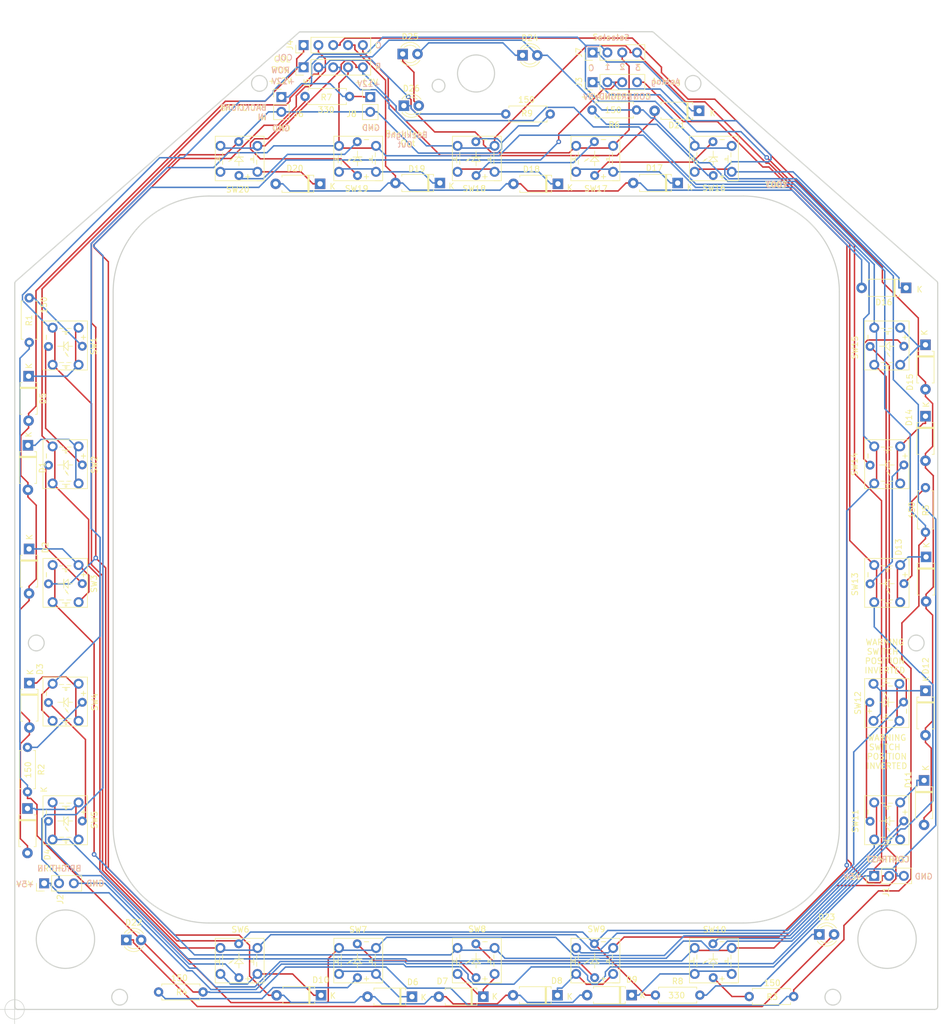
<source format=kicad_pcb>
(kicad_pcb (version 20171130) (host pcbnew "(5.1.5-0-10_14)")
  (layers (0 F.Cu signal) (31 B.Cu signal) (34 B.Paste user) (35 F.Paste user) (36 B.SilkS user) (37 F.SilkS user) (38 B.Mask user) (39 F.Mask user) (44 Edge.Cuts user))
  (net 0 "")
  (net 1 GND)
  (net 2 "Net-(SW1-Pad6)")
  (net 3 "Net-(SW2-Pad6)")
  (net 4 "Net-(SW4-Pad6)")
  (net 5 "Net-(SW7-Pad6)")
  (net 6 "Net-(SW8-Pad6)")
  (net 7 "Net-(SW11-Pad6)")
  (net 8 "Net-(SW13-Pad6)")
  (net 9 "Net-(SW14-Pad6)")
  (net 10 "Net-(SW16-Pad6)")
  (net 11 "Net-(SW17-Pad6)")
  (net 12 "Net-(SW19-Pad6)")
  (net 13 "Net-(R1-Pad1)")
  (net 14 "Net-(R2-Pad1)")
  (net 15 "Net-(R3-Pad1)")
  (net 16 "Net-(R4-Pad1)")
  (net 17 "Net-(R5-Pad1)")
  (net 18 "Net-(R6-Pad1)")
  (net 19 "Net-(R7-Pad1)")
  (net 20 "Net-(D1-Pad1)")
  (net 21 "Net-(D2-Pad1)")
  (net 22 "Net-(D3-Pad1)")
  (net 23 "Net-(D4-Pad1)")
  (net 24 "Net-(D5-Pad1)")
  (net 25 "Net-(D6-Pad1)")
  (net 26 "Net-(D7-Pad1)")
  (net 27 "Net-(D8-Pad1)")
  (net 28 "Net-(D9-Pad1)")
  (net 29 "Net-(D10-Pad1)")
  (net 30 "Net-(D11-Pad1)")
  (net 31 "Net-(D12-Pad1)")
  (net 32 "Net-(D13-Pad1)")
  (net 33 "Net-(D14-Pad1)")
  (net 34 "Net-(D15-Pad1)")
  (net 35 "Net-(D16-Pad1)")
  (net 36 "Net-(D17-Pad1)")
  (net 37 "Net-(D18-Pad1)")
  (net 38 "Net-(D19-Pad1)")
  (net 39 "Net-(D20-Pad1)")
  (net 40 /Ana_Bright)
  (net 41 /Analog_GND)
  (net 42 /Analog+5V)
  (net 43 /Ana_Contrast)
  (net 44 /Led5Led6)
  (net 45 /Led10-11)
  (net 46 /Col_0)
  (net 47 /Col_3)
  (net 48 /Col_2)
  (net 49 /Col_1)
  (net 50 /Row_4)
  (net 51 /Row_3)
  (net 52 /Row_2)
  (net 53 /Row_1)
  (net 54 /Row_0)
  (net 55 /Backlight+)
  (net 56 /Col_4)
  (net 57 "Net-(D21-Pad1)")
  (net 58 "Net-(D22-Pad1)")
  (net 59 "Net-(D23-Pad1)")
  (net 60 "Net-(D24-Pad1)")
  (net 61 "Net-(D25-Pad1)")
  (net 62 "Net-(D26-Pad1)")
  (module PT_Library_v001:PT_Small_Tactile_Switch_With_LED (layer F.Cu) (at 25.952 123.95 270)
    (fp_text reference SW4 (at -0.04 -5.07 90) (layer F.SilkS))
    (fp_text value 1)
    (fp_text user - (at -1.524 3.302 90) (layer F.SilkS))
    (fp_text user + (at -1.524 -3.048 90) (layer F.SilkS))
    (pad 6 thru_hole circle (at 0.04 2.87 270) (size 1.524 1.524) (drill 0.762) (layers *.Cu *.Mask) (net 4 "Net-(SW4-Pad6)"))
    (pad 5 thru_hole circle (at 0 -2.921 270) (size 1.524 1.524) (drill 0.762) (layers *.Cu *.Mask) (net 14 "Net-(R2-Pad1)"))
    (pad 4 thru_hole circle (at 3.175 2.159 270) (size 1.7 1.7) (drill 1) (layers *.Cu *.Mask) (net 51 /Row_3))
    (pad 3 thru_hole circle (at -3.175 2.159 270) (size 1.7 1.7) (drill 1) (layers *.Cu *.Mask) (net 51 /Row_3))
    (pad 2 thru_hole circle (at 3.175 -2.286 270) (size 1.7 1.7) (drill 1) (layers *.Cu *.Mask) (net 22 "Net-(D3-Pad1)"))
    (pad 1 thru_hole circle (at -3.175 -2.286 270) (size 1.7 1.7) (drill 1) (layers *.Cu *.Mask) (net 22 "Net-(D3-Pad1)"))
  )
  (module PT_Library_v001:PT_Small_Tactile_Switch_With_LED (layer F.Cu) (at 76.042 30.84 180)
    (fp_text reference SW19 (at 0.15 -5.17 180) (layer F.SilkS))
    (fp_text value 1)
    (fp_text user - (at -1.524 3.302 180) (layer F.SilkS))
    (fp_text user + (at -1.524 -3.048 180) (layer F.SilkS))
    (pad 6 thru_hole circle (at 0.04 2.87 180) (size 1.524 1.524) (drill 0.762) (layers *.Cu *.Mask) (net 12 "Net-(SW19-Pad6)"))
    (pad 5 thru_hole circle (at 0 -2.921 180) (size 1.524 1.524) (drill 0.762) (layers *.Cu *.Mask) (net 19 "Net-(R7-Pad1)"))
    (pad 4 thru_hole circle (at 3.175 2.159 180) (size 1.7 1.7) (drill 1) (layers *.Cu *.Mask) (net 51 /Row_3))
    (pad 3 thru_hole circle (at -3.175 2.159 180) (size 1.7 1.7) (drill 1) (layers *.Cu *.Mask) (net 51 /Row_3))
    (pad 2 thru_hole circle (at 3.175 -2.286 180) (size 1.7 1.7) (drill 1) (layers *.Cu *.Mask) (net 38 "Net-(D19-Pad1)"))
    (pad 1 thru_hole circle (at -3.175 -2.286 180) (size 1.7 1.7) (drill 1) (layers *.Cu *.Mask) (net 38 "Net-(D19-Pad1)"))
  )
  (module PT_Library_v001:PT_Small_Tactile_Switch_With_LED (layer F.Cu) (at 96.362 30.84 180)
    (fp_text reference SW18 (at 0.31 -5.17) (layer F.SilkS))
    (fp_text value 1)
    (fp_text user - (at -1.524 3.302) (layer F.SilkS))
    (fp_text user + (at -1.524 -3.048) (layer F.SilkS))
    (pad 6 thru_hole circle (at 0.04 2.87 180) (size 1.524 1.524) (drill 0.762) (layers *.Cu *.Mask) (net 1 GND))
    (pad 5 thru_hole circle (at 0 -2.921 180) (size 1.524 1.524) (drill 0.762) (layers *.Cu *.Mask) (net 11 "Net-(SW17-Pad6)"))
    (pad 4 thru_hole circle (at 3.175 2.159 180) (size 1.7 1.7) (drill 1) (layers *.Cu *.Mask) (net 52 /Row_2))
    (pad 3 thru_hole circle (at -3.175 2.159 180) (size 1.7 1.7) (drill 1) (layers *.Cu *.Mask) (net 52 /Row_2))
    (pad 2 thru_hole circle (at 3.175 -2.286 180) (size 1.7 1.7) (drill 1) (layers *.Cu *.Mask) (net 37 "Net-(D18-Pad1)"))
    (pad 1 thru_hole circle (at -3.175 -2.286 180) (size 1.7 1.7) (drill 1) (layers *.Cu *.Mask) (net 37 "Net-(D18-Pad1)"))
  )
  (module PT_Library_v001:PT_Small_Tactile_Switch_With_LED (layer F.Cu) (at 116.682 30.84 180)
    (fp_text reference SW17 (at -0.22 -5.17) (layer F.SilkS))
    (fp_text value 1)
    (fp_text user - (at -1.524 3.302) (layer F.SilkS))
    (fp_text user + (at -1.524 -3.048) (layer F.SilkS))
    (pad 6 thru_hole circle (at 0.04 2.87 180) (size 1.524 1.524) (drill 0.762) (layers *.Cu *.Mask) (net 11 "Net-(SW17-Pad6)"))
    (pad 5 thru_hole circle (at 0 -2.921 180) (size 1.524 1.524) (drill 0.762) (layers *.Cu *.Mask) (net 10 "Net-(SW16-Pad6)"))
    (pad 4 thru_hole circle (at 3.175 2.159 180) (size 1.7 1.7) (drill 1) (layers *.Cu *.Mask) (net 53 /Row_1))
    (pad 3 thru_hole circle (at -3.175 2.159 180) (size 1.7 1.7) (drill 1) (layers *.Cu *.Mask) (net 53 /Row_1))
    (pad 2 thru_hole circle (at 3.175 -2.286 180) (size 1.7 1.7) (drill 1) (layers *.Cu *.Mask) (net 36 "Net-(D17-Pad1)"))
    (pad 1 thru_hole circle (at -3.175 -2.286 180) (size 1.7 1.7) (drill 1) (layers *.Cu *.Mask) (net 36 "Net-(D17-Pad1)"))
  )
  (module PT_Library_v001:PT_Small_Tactile_Switch_With_LED (layer F.Cu) (at 137.002 30.84 180)
    (fp_text reference SW16 (at -0.13 -5.1) (layer F.SilkS))
    (fp_text value 1)
    (fp_text user - (at -1.524 3.302) (layer F.SilkS))
    (fp_text user + (at -1.524 -3.048) (layer F.SilkS))
    (pad 6 thru_hole circle (at 0.04 2.87 180) (size 1.524 1.524) (drill 0.762) (layers *.Cu *.Mask) (net 10 "Net-(SW16-Pad6)"))
    (pad 5 thru_hole circle (at 0 -2.921 180) (size 1.524 1.524) (drill 0.762) (layers *.Cu *.Mask) (net 18 "Net-(R6-Pad1)"))
    (pad 4 thru_hole circle (at 3.175 2.159 180) (size 1.7 1.7) (drill 1) (layers *.Cu *.Mask) (net 54 /Row_0))
    (pad 3 thru_hole circle (at -3.175 2.159 180) (size 1.7 1.7) (drill 1) (layers *.Cu *.Mask) (net 54 /Row_0))
    (pad 2 thru_hole circle (at 3.175 -2.286 180) (size 1.7 1.7) (drill 1) (layers *.Cu *.Mask) (net 35 "Net-(D16-Pad1)"))
    (pad 1 thru_hole circle (at -3.175 -2.286 180) (size 1.7 1.7) (drill 1) (layers *.Cu *.Mask) (net 35 "Net-(D16-Pad1)"))
  )
  (module PT_Library_v001:PT_Small_Tactile_Switch_With_LED (layer F.Cu) (at 166.762 62.99 270)
    (fp_text reference SW15 (at 0.23 5.47 90) (layer F.SilkS))
    (fp_text value 1)
    (fp_text user - (at -1.524 3.302 90) (layer F.SilkS))
    (fp_text user + (at -1.524 -3.048 90) (layer F.SilkS))
    (pad 6 thru_hole circle (at 0.04 2.87 270) (size 1.524 1.524) (drill 0.762) (layers *.Cu *.Mask) (net 1 GND))
    (pad 5 thru_hole circle (at 0 -2.921 270) (size 1.524 1.524) (drill 0.762) (layers *.Cu *.Mask) (net 9 "Net-(SW14-Pad6)"))
    (pad 4 thru_hole circle (at 3.175 2.159 270) (size 1.7 1.7) (drill 1) (layers *.Cu *.Mask) (net 50 /Row_4))
    (pad 3 thru_hole circle (at -3.175 2.159 270) (size 1.7 1.7) (drill 1) (layers *.Cu *.Mask) (net 50 /Row_4))
    (pad 2 thru_hole circle (at 3.175 -2.286 270) (size 1.7 1.7) (drill 1) (layers *.Cu *.Mask) (net 34 "Net-(D15-Pad1)"))
    (pad 1 thru_hole circle (at -3.175 -2.286 270) (size 1.7 1.7) (drill 1) (layers *.Cu *.Mask) (net 34 "Net-(D15-Pad1)"))
  )
  (module PT_Library_v001:PT_Small_Tactile_Switch_With_LED (layer F.Cu) (at 166.762 83.31 270)
    (fp_text reference SW14 (at -0.12 5.54 90) (layer F.SilkS))
    (fp_text value 1)
    (fp_text user - (at -1.524 3.302 90) (layer F.SilkS))
    (fp_text user + (at -1.524 -3.048 90) (layer F.SilkS))
    (pad 6 thru_hole circle (at 0.04 2.87 270) (size 1.524 1.524) (drill 0.762) (layers *.Cu *.Mask) (net 9 "Net-(SW14-Pad6)"))
    (pad 5 thru_hole circle (at 0 -2.921 270) (size 1.524 1.524) (drill 0.762) (layers *.Cu *.Mask) (net 8 "Net-(SW13-Pad6)"))
    (pad 4 thru_hole circle (at 3.175 2.159 270) (size 1.7 1.7) (drill 1) (layers *.Cu *.Mask) (net 51 /Row_3))
    (pad 3 thru_hole circle (at -3.175 2.159 270) (size 1.7 1.7) (drill 1) (layers *.Cu *.Mask) (net 51 /Row_3))
    (pad 2 thru_hole circle (at 3.175 -2.286 270) (size 1.7 1.7) (drill 1) (layers *.Cu *.Mask) (net 33 "Net-(D14-Pad1)"))
    (pad 1 thru_hole circle (at -3.175 -2.286 270) (size 1.7 1.7) (drill 1) (layers *.Cu *.Mask) (net 33 "Net-(D14-Pad1)"))
  )
  (module PT_Library_v001:PT_Small_Tactile_Switch_With_LED (layer F.Cu) (at 166.762 103.63 270)
    (fp_text reference SW13 (at 0.1 5.47 90) (layer F.SilkS))
    (fp_text value 1)
    (fp_text user - (at -1.524 3.302 90) (layer F.SilkS))
    (fp_text user + (at -1.524 -3.048 90) (layer F.SilkS))
    (pad 6 thru_hole circle (at 0.04 2.87 270) (size 1.524 1.524) (drill 0.762) (layers *.Cu *.Mask) (net 8 "Net-(SW13-Pad6)"))
    (pad 5 thru_hole circle (at 0 -2.921 270) (size 1.524 1.524) (drill 0.762) (layers *.Cu *.Mask) (net 17 "Net-(R5-Pad1)"))
    (pad 4 thru_hole circle (at 3.175 2.159 270) (size 1.7 1.7) (drill 1) (layers *.Cu *.Mask) (net 52 /Row_2))
    (pad 3 thru_hole circle (at -3.175 2.159 270) (size 1.7 1.7) (drill 1) (layers *.Cu *.Mask) (net 52 /Row_2))
    (pad 2 thru_hole circle (at 3.175 -2.286 270) (size 1.7 1.7) (drill 1) (layers *.Cu *.Mask) (net 32 "Net-(D13-Pad1)"))
    (pad 1 thru_hole circle (at -3.175 -2.286 270) (size 1.7 1.7) (drill 1) (layers *.Cu *.Mask) (net 32 "Net-(D13-Pad1)"))
  )
  (module PT_Library_v001:PT_Small_Tactile_Switch_With_LED (layer F.Cu) (at 166.762 123.95 90)
    (fp_text reference SW12 (at -0.11 -4.97 90) (layer F.SilkS))
    (fp_text value 1)
    (fp_text user - (at -1.524 3.302 90) (layer F.SilkS))
    (fp_text user + (at -1.524 -3.048 90) (layer F.SilkS))
    (pad 6 thru_hole circle (at 0.04 2.87 90) (size 1.524 1.524) (drill 0.762) (layers *.Cu *.Mask) (net 1 GND))
    (pad 5 thru_hole circle (at 0 -2.921 90) (size 1.524 1.524) (drill 0.762) (layers *.Cu *.Mask) (net 7 "Net-(SW11-Pad6)"))
    (pad 4 thru_hole circle (at 3.175 2.159 90) (size 1.7 1.7) (drill 1) (layers *.Cu *.Mask) (net 53 /Row_1))
    (pad 3 thru_hole circle (at -3.175 2.159 90) (size 1.7 1.7) (drill 1) (layers *.Cu *.Mask) (net 53 /Row_1))
    (pad 2 thru_hole circle (at 3.175 -2.286 90) (size 1.7 1.7) (drill 1) (layers *.Cu *.Mask) (net 31 "Net-(D12-Pad1)"))
    (pad 1 thru_hole circle (at -3.175 -2.286 90) (size 1.7 1.7) (drill 1) (layers *.Cu *.Mask) (net 31 "Net-(D12-Pad1)"))
  )
  (module PT_Library_v001:PT_Small_Tactile_Switch_With_LED (layer F.Cu) (at 166.762 144.27 270)
    (fp_text reference SW11 (at 0.01 5.4 90) (layer F.SilkS))
    (fp_text value 1)
    (fp_text user - (at -1.524 3.302 90) (layer F.SilkS))
    (fp_text user + (at -1.524 -3.048 90) (layer F.SilkS))
    (pad 6 thru_hole circle (at 0.04 2.87 270) (size 1.524 1.524) (drill 0.762) (layers *.Cu *.Mask) (net 7 "Net-(SW11-Pad6)"))
    (pad 5 thru_hole circle (at 0 -2.921 270) (size 1.524 1.524) (drill 0.762) (layers *.Cu *.Mask) (net 45 /Led10-11))
    (pad 4 thru_hole circle (at 3.175 2.159 270) (size 1.7 1.7) (drill 1) (layers *.Cu *.Mask) (net 54 /Row_0))
    (pad 3 thru_hole circle (at -3.175 2.159 270) (size 1.7 1.7) (drill 1) (layers *.Cu *.Mask) (net 54 /Row_0))
    (pad 2 thru_hole circle (at 3.175 -2.286 270) (size 1.7 1.7) (drill 1) (layers *.Cu *.Mask) (net 30 "Net-(D11-Pad1)"))
    (pad 1 thru_hole circle (at -3.175 -2.286 270) (size 1.7 1.7) (drill 1) (layers *.Cu *.Mask) (net 30 "Net-(D11-Pad1)"))
  )
  (module PT_Library_v001:PT_Small_Tactile_Switch_With_LED (layer F.Cu) (at 137.002 168.17 180)
    (fp_text reference SW10 (at -0.24 5.32) (layer F.SilkS))
    (fp_text value 1)
    (fp_text user - (at -1.524 3.302) (layer F.SilkS))
    (fp_text user + (at -1.524 -3.048) (layer F.SilkS))
    (pad 6 thru_hole circle (at 0.04 2.87 180) (size 1.524 1.524) (drill 0.762) (layers *.Cu *.Mask) (net 45 /Led10-11))
    (pad 5 thru_hole circle (at 0 -2.921 180) (size 1.524 1.524) (drill 0.762) (layers *.Cu *.Mask) (net 15 "Net-(R3-Pad1)"))
    (pad 4 thru_hole circle (at 3.175 2.159 180) (size 1.7 1.7) (drill 1) (layers *.Cu *.Mask) (net 50 /Row_4))
    (pad 3 thru_hole circle (at -3.175 2.159 180) (size 1.7 1.7) (drill 1) (layers *.Cu *.Mask) (net 50 /Row_4))
    (pad 2 thru_hole circle (at 3.175 -2.286 180) (size 1.7 1.7) (drill 1) (layers *.Cu *.Mask) (net 28 "Net-(D9-Pad1)"))
    (pad 1 thru_hole circle (at -3.175 -2.286 180) (size 1.7 1.7) (drill 1) (layers *.Cu *.Mask) (net 28 "Net-(D9-Pad1)"))
  )
  (module PT_Library_v001:PT_Small_Tactile_Switch_With_LED (layer F.Cu) (at 116.682 168.17 180)
    (fp_text reference SW9 (at -0.3 5.39) (layer F.SilkS))
    (fp_text value 1)
    (fp_text user - (at -1.524 3.302) (layer F.SilkS))
    (fp_text user + (at -1.524 -3.048) (layer F.SilkS))
    (pad 6 thru_hole circle (at 0.04 2.87 180) (size 1.524 1.524) (drill 0.762) (layers *.Cu *.Mask) (net 1 GND))
    (pad 5 thru_hole circle (at 0 -2.921 180) (size 1.524 1.524) (drill 0.762) (layers *.Cu *.Mask) (net 6 "Net-(SW8-Pad6)"))
    (pad 4 thru_hole circle (at 3.175 2.159 180) (size 1.7 1.7) (drill 1) (layers *.Cu *.Mask) (net 51 /Row_3))
    (pad 3 thru_hole circle (at -3.175 2.159 180) (size 1.7 1.7) (drill 1) (layers *.Cu *.Mask) (net 51 /Row_3))
    (pad 2 thru_hole circle (at 3.175 -2.286 180) (size 1.7 1.7) (drill 1) (layers *.Cu *.Mask) (net 27 "Net-(D8-Pad1)"))
    (pad 1 thru_hole circle (at -3.175 -2.286 180) (size 1.7 1.7) (drill 1) (layers *.Cu *.Mask) (net 27 "Net-(D8-Pad1)"))
  )
  (module PT_Library_v001:PT_Small_Tactile_Switch_With_LED (layer F.Cu) (at 96.362 168.17 180)
    (fp_text reference SW8 (at -0.19 5.39) (layer F.SilkS))
    (fp_text value 1)
    (fp_text user - (at -1.524 3.302) (layer F.SilkS))
    (fp_text user + (at -1.524 -3.048) (layer F.SilkS))
    (pad 6 thru_hole circle (at 0.04 2.87 180) (size 1.524 1.524) (drill 0.762) (layers *.Cu *.Mask) (net 6 "Net-(SW8-Pad6)"))
    (pad 5 thru_hole circle (at 0 -2.921 180) (size 1.524 1.524) (drill 0.762) (layers *.Cu *.Mask) (net 5 "Net-(SW7-Pad6)"))
    (pad 4 thru_hole circle (at 3.175 2.159 180) (size 1.7 1.7) (drill 1) (layers *.Cu *.Mask) (net 52 /Row_2))
    (pad 3 thru_hole circle (at -3.175 2.159 180) (size 1.7 1.7) (drill 1) (layers *.Cu *.Mask) (net 52 /Row_2))
    (pad 2 thru_hole circle (at 3.175 -2.286 180) (size 1.7 1.7) (drill 1) (layers *.Cu *.Mask) (net 26 "Net-(D7-Pad1)"))
    (pad 1 thru_hole circle (at -3.175 -2.286 180) (size 1.7 1.7) (drill 1) (layers *.Cu *.Mask) (net 26 "Net-(D7-Pad1)"))
  )
  (module PT_Library_v001:PT_Small_Tactile_Switch_With_LED (layer F.Cu) (at 76.042 168.17 180)
    (fp_text reference SW7 (at -0.11 5.32) (layer F.SilkS))
    (fp_text value 1)
    (fp_text user - (at -1.524 3.302) (layer F.SilkS))
    (fp_text user + (at -1.524 -3.048) (layer F.SilkS))
    (pad 6 thru_hole circle (at 0.04 2.87 180) (size 1.524 1.524) (drill 0.762) (layers *.Cu *.Mask) (net 5 "Net-(SW7-Pad6)"))
    (pad 5 thru_hole circle (at 0 -2.921 180) (size 1.524 1.524) (drill 0.762) (layers *.Cu *.Mask) (net 16 "Net-(R4-Pad1)"))
    (pad 4 thru_hole circle (at 3.175 2.159 180) (size 1.7 1.7) (drill 1) (layers *.Cu *.Mask) (net 53 /Row_1))
    (pad 3 thru_hole circle (at -3.175 2.159 180) (size 1.7 1.7) (drill 1) (layers *.Cu *.Mask) (net 53 /Row_1))
    (pad 2 thru_hole circle (at 3.175 -2.286 180) (size 1.7 1.7) (drill 1) (layers *.Cu *.Mask) (net 25 "Net-(D6-Pad1)"))
    (pad 1 thru_hole circle (at -3.175 -2.286 180) (size 1.7 1.7) (drill 1) (layers *.Cu *.Mask) (net 25 "Net-(D6-Pad1)"))
  )
  (module PT_Library_v001:PT_Small_Tactile_Switch_With_LED (layer F.Cu) (at 55.722 168.17 180)
    (fp_text reference SW6 (at -0.25 5.32) (layer F.SilkS))
    (fp_text value 1)
    (fp_text user - (at -1.524 3.302) (layer F.SilkS))
    (fp_text user + (at -1.524 -3.048) (layer F.SilkS))
    (pad 6 thru_hole circle (at 0.04 2.87 180) (size 1.524 1.524) (drill 0.762) (layers *.Cu *.Mask) (net 1 GND))
    (pad 5 thru_hole circle (at 0 -2.921 180) (size 1.524 1.524) (drill 0.762) (layers *.Cu *.Mask) (net 44 /Led5Led6))
    (pad 4 thru_hole circle (at 3.175 2.159 180) (size 1.7 1.7) (drill 1) (layers *.Cu *.Mask) (net 54 /Row_0))
    (pad 3 thru_hole circle (at -3.175 2.159 180) (size 1.7 1.7) (drill 1) (layers *.Cu *.Mask) (net 54 /Row_0))
    (pad 2 thru_hole circle (at 3.175 -2.286 180) (size 1.7 1.7) (drill 1) (layers *.Cu *.Mask) (net 29 "Net-(D10-Pad1)"))
    (pad 1 thru_hole circle (at -3.175 -2.286 180) (size 1.7 1.7) (drill 1) (layers *.Cu *.Mask) (net 29 "Net-(D10-Pad1)"))
  )
  (module PT_Library_v001:PT_Small_Tactile_Switch_With_LED (layer F.Cu) (at 25.952 144.27 270)
    (fp_text reference SW5 (at -0.18 -5 90) (layer F.SilkS))
    (fp_text value 1)
    (fp_text user - (at -1.524 3.302 90) (layer F.SilkS))
    (fp_text user + (at -1.524 -3.048 90) (layer F.SilkS))
    (pad 6 thru_hole circle (at 0.04 2.87 270) (size 1.524 1.524) (drill 0.762) (layers *.Cu *.Mask) (net 44 /Led5Led6))
    (pad 5 thru_hole circle (at 0 -2.921 270) (size 1.524 1.524) (drill 0.762) (layers *.Cu *.Mask) (net 4 "Net-(SW4-Pad6)"))
    (pad 4 thru_hole circle (at 3.175 2.159 270) (size 1.7 1.7) (drill 1) (layers *.Cu *.Mask) (net 50 /Row_4))
    (pad 3 thru_hole circle (at -3.175 2.159 270) (size 1.7 1.7) (drill 1) (layers *.Cu *.Mask) (net 50 /Row_4))
    (pad 2 thru_hole circle (at 3.175 -2.286 270) (size 1.7 1.7) (drill 1) (layers *.Cu *.Mask) (net 23 "Net-(D4-Pad1)"))
    (pad 1 thru_hole circle (at -3.175 -2.286 270) (size 1.7 1.7) (drill 1) (layers *.Cu *.Mask) (net 23 "Net-(D4-Pad1)"))
  )
  (module PT_Library_v001:PT_Small_Tactile_Switch_With_LED (layer F.Cu) (at 25.952 103.63 270)
    (fp_text reference SW3 (at 0.03 -4.93 90) (layer F.SilkS))
    (fp_text value 1)
    (fp_text user - (at -1.524 3.302 90) (layer F.SilkS))
    (fp_text user + (at -1.524 -3.048 90) (layer F.SilkS))
    (pad 6 thru_hole circle (at 0.04 2.87 270) (size 1.524 1.524) (drill 0.762) (layers *.Cu *.Mask) (net 1 GND))
    (pad 5 thru_hole circle (at 0 -2.921 270) (size 1.524 1.524) (drill 0.762) (layers *.Cu *.Mask) (net 3 "Net-(SW2-Pad6)"))
    (pad 4 thru_hole circle (at 3.175 2.159 270) (size 1.7 1.7) (drill 1) (layers *.Cu *.Mask) (net 52 /Row_2))
    (pad 3 thru_hole circle (at -3.175 2.159 270) (size 1.7 1.7) (drill 1) (layers *.Cu *.Mask) (net 52 /Row_2))
    (pad 2 thru_hole circle (at 3.175 -2.286 270) (size 1.7 1.7) (drill 1) (layers *.Cu *.Mask) (net 21 "Net-(D2-Pad1)"))
    (pad 1 thru_hole circle (at -3.175 -2.286 270) (size 1.7 1.7) (drill 1) (layers *.Cu *.Mask) (net 21 "Net-(D2-Pad1)"))
  )
  (module PT_Library_v001:PT_Small_Tactile_Switch_With_LED (layer F.Cu) (at 25.952 83.31 270)
    (fp_text reference SW2 (at -0.02 -5 90) (layer F.SilkS))
    (fp_text value 1)
    (fp_text user - (at -1.524 3.302 90) (layer F.SilkS))
    (fp_text user + (at -1.524 -3.048 90) (layer F.SilkS))
    (pad 6 thru_hole circle (at 0.04 2.87 270) (size 1.524 1.524) (drill 0.762) (layers *.Cu *.Mask) (net 3 "Net-(SW2-Pad6)"))
    (pad 5 thru_hole circle (at 0 -2.921 270) (size 1.524 1.524) (drill 0.762) (layers *.Cu *.Mask) (net 2 "Net-(SW1-Pad6)"))
    (pad 4 thru_hole circle (at 3.175 2.159 270) (size 1.7 1.7) (drill 1) (layers *.Cu *.Mask) (net 53 /Row_1))
    (pad 3 thru_hole circle (at -3.175 2.159 270) (size 1.7 1.7) (drill 1) (layers *.Cu *.Mask) (net 53 /Row_1))
    (pad 2 thru_hole circle (at 3.175 -2.286 270) (size 1.7 1.7) (drill 1) (layers *.Cu *.Mask) (net 20 "Net-(D1-Pad1)"))
    (pad 1 thru_hole circle (at -3.175 -2.286 270) (size 1.7 1.7) (drill 1) (layers *.Cu *.Mask) (net 20 "Net-(D1-Pad1)"))
  )
  (module PT_Library_v001:PT_Small_Tactile_Switch_With_LED (layer F.Cu) (at 25.952 62.99 270)
    (fp_text reference SW1 (at -0.04 -4.89 90) (layer F.SilkS))
    (fp_text value 1)
    (fp_text user - (at -1.524 3.302 90) (layer F.SilkS))
    (fp_text user + (at -1.524 -3.048 90) (layer F.SilkS))
    (pad 6 thru_hole circle (at 0.04 2.87 270) (size 1.524 1.524) (drill 0.762) (layers *.Cu *.Mask) (net 2 "Net-(SW1-Pad6)"))
    (pad 5 thru_hole circle (at 0 -2.921 270) (size 1.524 1.524) (drill 0.762) (layers *.Cu *.Mask) (net 13 "Net-(R1-Pad1)"))
    (pad 4 thru_hole circle (at 3.175 2.159 270) (size 1.7 1.7) (drill 1) (layers *.Cu *.Mask) (net 54 /Row_0))
    (pad 3 thru_hole circle (at -3.175 2.159 270) (size 1.7 1.7) (drill 1) (layers *.Cu *.Mask) (net 54 /Row_0))
    (pad 2 thru_hole circle (at 3.175 -2.286 270) (size 1.7 1.7) (drill 1) (layers *.Cu *.Mask) (net 24 "Net-(D5-Pad1)"))
    (pad 1 thru_hole circle (at -3.175 -2.286 270) (size 1.7 1.7) (drill 1) (layers *.Cu *.Mask) (net 24 "Net-(D5-Pad1)"))
  )
  (module PT_Library_v001:PT_Small_Tactile_Switch_With_LED (layer F.Cu) (at 55.722 30.84 180)
    (fp_text reference SW20 (at 0.2 -5.32) (layer F.SilkS))
    (fp_text value 1)
    (fp_text user - (at -1.524 3.302) (layer F.SilkS))
    (fp_text user + (at -1.524 -3.048) (layer F.SilkS))
    (pad 6 thru_hole circle (at 0.04 2.87 180) (size 1.524 1.524) (drill 0.762) (layers *.Cu *.Mask) (net 1 GND))
    (pad 5 thru_hole circle (at 0 -2.921 180) (size 1.524 1.524) (drill 0.762) (layers *.Cu *.Mask) (net 12 "Net-(SW19-Pad6)"))
    (pad 4 thru_hole circle (at 3.175 2.159 180) (size 1.7 1.7) (drill 1) (layers *.Cu *.Mask) (net 50 /Row_4))
    (pad 3 thru_hole circle (at -3.175 2.159 180) (size 1.7 1.7) (drill 1) (layers *.Cu *.Mask) (net 50 /Row_4))
    (pad 2 thru_hole circle (at 3.175 -2.286 180) (size 1.7 1.7) (drill 1) (layers *.Cu *.Mask) (net 39 "Net-(D20-Pad1)"))
    (pad 1 thru_hole circle (at -3.175 -2.286 180) (size 1.7 1.7) (drill 1) (layers *.Cu *.Mask) (net 39 "Net-(D20-Pad1)"))
  )
  (module Diode_THT:D_A-405_P7.62mm_Horizontal (layer F.Cu) (at 19.562 79.95 270)
    (fp_text reference D1 (at 3.81 -2.47 90) (layer F.SilkS))
    (fp_text value D)
    (fp_text user K (at -1.85 -0.11 90) (layer F.SilkS))
    (pad 2 thru_hole oval (at 7.62 0 270) (size 1.8 1.8) (drill 0.9) (layers *.Cu *.Mask) (net 46 /Col_0))
    (pad 1 thru_hole rect (at 0 0 270) (size 1.8 1.8) (drill 0.9) (layers *.Cu *.Mask) (net 20 "Net-(D1-Pad1)"))
  )
  (module Resistor_THT:R_Axial_DIN0207_L6.3mm_D2.5mm_P7.62mm_Horizontal (layer F.Cu) (at 127.102 174.08)
    (fp_text reference R8 (at 3.81 -2.37) (layer F.SilkS))
    (fp_text value 330)
    (pad 2 thru_hole oval (at 7.62 0) (size 1.6 1.6) (drill 0.8) (layers *.Cu *.Mask) (net 59 "Net-(D23-Pad1)"))
    (pad 1 thru_hole circle (at 0 0) (size 1.6 1.6) (drill 0.8) (layers *.Cu *.Mask) (net 1 GND))
  )
  (module Resistor_THT:R_Axial_DIN0207_L6.3mm_D2.5mm_P7.62mm_Horizontal (layer F.Cu) (at 67.052 20.23)
    (fp_text reference R7 (at 3.6616 0.1408) (layer F.SilkS))
    (fp_text value 330)
    (pad 2 thru_hole oval (at 7.62 0) (size 1.6 1.6) (drill 0.8) (layers *.Cu *.Mask) (net 55 /Backlight+))
    (pad 1 thru_hole circle (at 0 0) (size 1.6 1.6) (drill 0.8) (layers *.Cu *.Mask) (net 19 "Net-(R7-Pad1)"))
  )
  (module Resistor_THT:R_Axial_DIN0207_L6.3mm_D2.5mm_P7.62mm_Horizontal (layer F.Cu) (at 116.242 22.54)
    (fp_text reference R6 (at 3.8 2.55) (layer F.SilkS))
    (fp_text value 150)
    (pad 2 thru_hole oval (at 7.62 0) (size 1.6 1.6) (drill 0.8) (layers *.Cu *.Mask) (net 55 /Backlight+))
    (pad 1 thru_hole circle (at 0 0) (size 1.6 1.6) (drill 0.8) (layers *.Cu *.Mask) (net 18 "Net-(R6-Pad1)"))
  )
  (module Resistor_THT:R_Axial_DIN0207_L6.3mm_D2.5mm_P7.62mm_Horizontal (layer F.Cu) (at 173.382 87.2 270)
    (fp_text reference R5 (at 3.8844 -0.0492 90) (layer F.SilkS))
    (fp_text value 150)
    (pad 2 thru_hole oval (at 7.62 0 270) (size 1.6 1.6) (drill 0.8) (layers *.Cu *.Mask) (net 55 /Backlight+))
    (pad 1 thru_hole circle (at 0 0 270) (size 1.6 1.6) (drill 0.8) (layers *.Cu *.Mask) (net 17 "Net-(R5-Pad1)"))
  )
  (module Resistor_THT:R_Axial_DIN0207_L6.3mm_D2.5mm_P7.62mm_Horizontal (layer F.Cu) (at 41.952 173.55)
    (fp_text reference R4 (at 3.9712 0.0336) (layer F.SilkS))
    (fp_text value 150)
    (pad 2 thru_hole oval (at 7.62 0) (size 1.6 1.6) (drill 0.8) (layers *.Cu *.Mask) (net 55 /Backlight+))
    (pad 1 thru_hole circle (at 0 0) (size 1.6 1.6) (drill 0.8) (layers *.Cu *.Mask) (net 16 "Net-(R4-Pad1)"))
  )
  (module Resistor_THT:R_Axial_DIN0207_L6.3mm_D2.5mm_P7.62mm_Horizontal (layer F.Cu) (at 143.172 174.32)
    (fp_text reference R3 (at 3.9448 0.0764) (layer F.SilkS))
    (fp_text value 150)
    (pad 2 thru_hole oval (at 7.62 0) (size 1.6 1.6) (drill 0.8) (layers *.Cu *.Mask) (net 55 /Backlight+))
    (pad 1 thru_hole circle (at 0 0) (size 1.6 1.6) (drill 0.8) (layers *.Cu *.Mask) (net 15 "Net-(R3-Pad1)"))
  )
  (module Resistor_THT:R_Axial_DIN0207_L6.3mm_D2.5mm_P7.62mm_Horizontal (layer F.Cu) (at 19.482 131.66 270)
    (fp_text reference R2 (at 3.81 -2.37 90) (layer F.SilkS))
    (fp_text value 150)
    (pad 2 thru_hole oval (at 7.62 0 270) (size 1.6 1.6) (drill 0.8) (layers *.Cu *.Mask) (net 55 /Backlight+))
    (pad 1 thru_hole circle (at 0 0 270) (size 1.6 1.6) (drill 0.8) (layers *.Cu *.Mask) (net 14 "Net-(R2-Pad1)"))
  )
  (module Resistor_THT:R_Axial_DIN0207_L6.3mm_D2.5mm_P7.62mm_Horizontal (layer F.Cu) (at 19.782 54.71 270)
    (fp_text reference R1 (at 3.8624 0.0208 90) (layer F.SilkS))
    (fp_text value 150)
    (pad 2 thru_hole oval (at 7.62 0 270) (size 1.6 1.6) (drill 0.8) (layers *.Cu *.Mask) (net 55 /Backlight+))
    (pad 1 thru_hole circle (at 0 0 270) (size 1.6 1.6) (drill 0.8) (layers *.Cu *.Mask) (net 13 "Net-(R1-Pad1)"))
  )
  (module LED_THT:LED_D3.0mm (layer F.Cu) (at 155.182 163.69)
    (fp_text reference D23 (at 1.27 -2.96) (layer F.SilkS))
    (fp_text value LED)
    (pad 2 thru_hole circle (at 2.54 0) (size 1.8 1.8) (drill 0.9) (layers *.Cu *.Mask) (net 58 "Net-(D22-Pad1)"))
    (pad 1 thru_hole rect (at 0 0) (size 1.8 1.8) (drill 0.9) (layers *.Cu *.Mask) (net 59 "Net-(D23-Pad1)"))
  )
  (module LED_THT:LED_D3.0mm (layer F.Cu) (at 36.422 164.63)
    (fp_text reference D22 (at 1.27 -2.96) (layer F.SilkS))
    (fp_text value LED)
    (pad 2 thru_hole circle (at 2.54 0) (size 1.8 1.8) (drill 0.9) (layers *.Cu *.Mask) (net 55 /Backlight+))
    (pad 1 thru_hole rect (at 0 0) (size 1.8 1.8) (drill 0.9) (layers *.Cu *.Mask) (net 58 "Net-(D22-Pad1)"))
  )
  (module Connector_PinHeader_2.54mm:PinHeader_1x02_P2.54mm_Vertical (layer F.Cu) (at 78.232 20.32)
    (fp_text reference J8 (at -3.21 2.9) (layer F.SilkS))
    (fp_text value Conn_01x02_Female)
    (pad 2 thru_hole oval (at 0 2.54) (size 1.7 1.7) (drill 1) (layers *.Cu *.Mask) (net 1 GND))
    (pad 1 thru_hole rect (at 0 0) (size 1.7 1.7) (drill 1) (layers *.Cu *.Mask) (net 55 /Backlight+))
  )
  (module Connector_PinHeader_2.54mm:PinHeader_1x04_P2.54mm_Vertical (layer F.Cu) (at 116.332 12.7 90)
    (fp_text reference J7 (at 0 -2.33 90) (layer F.SilkS))
    (fp_text value Conn_01x04_Female)
    (pad 4 thru_hole oval (at 0 7.62 90) (size 1.7 1.7) (drill 1) (layers *.Cu *.Mask) (net 52 /Row_2))
    (pad 3 thru_hole oval (at 0 5.08 90) (size 1.7 1.7) (drill 1) (layers *.Cu *.Mask) (net 53 /Row_1))
    (pad 2 thru_hole oval (at 0 2.54 90) (size 1.7 1.7) (drill 1) (layers *.Cu *.Mask) (net 54 /Row_0))
    (pad 1 thru_hole rect (at 0 0 90) (size 1.7 1.7) (drill 1) (layers *.Cu *.Mask) (net 57 "Net-(D21-Pad1)"))
  )
  (module Connector_PinHeader_2.54mm:PinHeader_1x05_P2.54mm_Vertical (layer F.Cu) (at 66.802 11.43 90)
    (fp_text reference J4 (at 0 -2.33 90) (layer F.SilkS))
    (fp_text value Conn_01x05_Female)
    (pad 5 thru_hole oval (at 0 10.16 90) (size 1.7 1.7) (drill 1) (layers *.Cu *.Mask) (net 56 /Col_4))
    (pad 4 thru_hole oval (at 0 7.62 90) (size 1.7 1.7) (drill 1) (layers *.Cu *.Mask) (net 47 /Col_3))
    (pad 3 thru_hole oval (at 0 5.08 90) (size 1.7 1.7) (drill 1) (layers *.Cu *.Mask) (net 48 /Col_2))
    (pad 2 thru_hole oval (at 0 2.54 90) (size 1.7 1.7) (drill 1) (layers *.Cu *.Mask) (net 49 /Col_1))
    (pad 1 thru_hole rect (at 0 0 90) (size 1.7 1.7) (drill 1) (layers *.Cu *.Mask) (net 46 /Col_0))
  )
  (module Diode_THT:D_A-405_P7.62mm_Horizontal (layer F.Cu) (at 134.582 22.68 180)
    (fp_text reference D21 (at 3.81 -2.47) (layer F.SilkS))
    (fp_text value D)
    (fp_text user K (at -2.33 -0.42) (layer F.SilkS))
    (pad 2 thru_hole oval (at 7.62 0 180) (size 1.8 1.8) (drill 0.9) (layers *.Cu *.Mask) (net 56 /Col_4))
    (pad 1 thru_hole rect (at 0 0 180) (size 1.8 1.8) (drill 0.9) (layers *.Cu *.Mask) (net 57 "Net-(D21-Pad1)"))
  )
  (module Connector_PinHeader_2.54mm:PinHeader_1x02_P2.54mm_Vertical (layer F.Cu) (at 62.992 20.32)
    (fp_text reference J6 (at 2.97 2.9) (layer F.SilkS))
    (fp_text value Conn_01x02_Female)
    (pad 2 thru_hole oval (at 0 2.54) (size 1.7 1.7) (drill 1) (layers *.Cu *.Mask) (net 1 GND))
    (pad 1 thru_hole rect (at 0 0) (size 1.7 1.7) (drill 1) (layers *.Cu *.Mask) (net 55 /Backlight+))
  )
  (module Connector_PinHeader_2.54mm:PinHeader_1x05_P2.54mm_Vertical (layer F.Cu) (at 66.802 15.24 90)
    (fp_text reference J5 (at -2.75 0.61 90) (layer F.SilkS))
    (fp_text value Conn_01x05_Female)
    (pad 5 thru_hole oval (at 0 10.16 90) (size 1.7 1.7) (drill 1) (layers *.Cu *.Mask) (net 50 /Row_4))
    (pad 4 thru_hole oval (at 0 7.62 90) (size 1.7 1.7) (drill 1) (layers *.Cu *.Mask) (net 51 /Row_3))
    (pad 3 thru_hole oval (at 0 5.08 90) (size 1.7 1.7) (drill 1) (layers *.Cu *.Mask) (net 52 /Row_2))
    (pad 2 thru_hole oval (at 0 2.54 90) (size 1.7 1.7) (drill 1) (layers *.Cu *.Mask) (net 53 /Row_1))
    (pad 1 thru_hole rect (at 0 0 90) (size 1.7 1.7) (drill 1) (layers *.Cu *.Mask) (net 54 /Row_0))
  )
  (module Connector_PinHeader_2.54mm:PinHeader_1x04_P2.54mm_Vertical (layer F.Cu) (at 116.332 17.78 90)
    (fp_text reference J3 (at 0 -2.33 90) (layer F.SilkS))
    (fp_text value Conn_01x04_Female)
    (pad 4 thru_hole oval (at 0 7.62 90) (size 1.7 1.7) (drill 1) (layers *.Cu *.Mask) (net 43 /Ana_Contrast))
    (pad 3 thru_hole oval (at 0 5.08 90) (size 1.7 1.7) (drill 1) (layers *.Cu *.Mask) (net 40 /Ana_Bright))
    (pad 2 thru_hole oval (at 0 2.54 90) (size 1.7 1.7) (drill 1) (layers *.Cu *.Mask) (net 41 /Analog_GND))
    (pad 1 thru_hole rect (at 0 0 90) (size 1.7 1.7) (drill 1) (layers *.Cu *.Mask) (net 42 /Analog+5V))
  )
  (module Connector_PinHeader_2.54mm:PinHeader_1x03_P2.54mm_Vertical (layer F.Cu) (at 22.352 154.94 90)
    (fp_text reference J2 (at -2.7432 2.7432 90) (layer F.SilkS))
    (fp_text value Conn_01x03_Female)
    (pad 3 thru_hole oval (at 0 5.08 90) (size 1.7 1.7) (drill 1) (layers *.Cu *.Mask) (net 41 /Analog_GND))
    (pad 2 thru_hole oval (at 0 2.54 90) (size 1.7 1.7) (drill 1) (layers *.Cu *.Mask) (net 40 /Ana_Bright))
    (pad 1 thru_hole rect (at 0 0 90) (size 1.7 1.7) (drill 1) (layers *.Cu *.Mask) (net 42 /Analog+5V))
  )
  (module Connector_PinHeader_2.54mm:PinHeader_1x03_P2.54mm_Vertical (layer F.Cu) (at 164.592 153.67 90)
    (fp_text reference J1 (at -2.7432 2.032 90) (layer F.SilkS))
    (fp_text value Conn_01x03_Female)
    (pad 3 thru_hole oval (at 0 5.08 90) (size 1.7 1.7) (drill 1) (layers *.Cu *.Mask) (net 41 /Analog_GND))
    (pad 2 thru_hole oval (at 0 2.54 90) (size 1.7 1.7) (drill 1) (layers *.Cu *.Mask) (net 43 /Ana_Contrast))
    (pad 1 thru_hole rect (at 0 0 90) (size 1.7 1.7) (drill 1) (layers *.Cu *.Mask) (net 42 /Analog+5V))
  )
  (module Diode_THT:D_A-405_P7.62mm_Horizontal (layer F.Cu) (at 69.632 35.18 180)
    (fp_text reference D20 (at 4.32 2.65) (layer F.SilkS))
    (fp_text value D)
    (fp_text user K (at -2.13 -0.47) (layer F.SilkS))
    (pad 2 thru_hole oval (at 7.62 0 180) (size 1.8 1.8) (drill 0.9) (layers *.Cu *.Mask) (net 47 /Col_3))
    (pad 1 thru_hole rect (at 0 0 180) (size 1.8 1.8) (drill 0.9) (layers *.Cu *.Mask) (net 39 "Net-(D20-Pad1)"))
  )
  (module Diode_THT:D_A-405_P7.62mm_Horizontal (layer F.Cu) (at 90.162 35.04 180)
    (fp_text reference D19 (at 3.97 2.44) (layer F.SilkS))
    (fp_text value D)
    (fp_text user K (at -1.98 -0.54) (layer F.SilkS))
    (pad 2 thru_hole oval (at 7.62 0 180) (size 1.8 1.8) (drill 0.9) (layers *.Cu *.Mask) (net 47 /Col_3))
    (pad 1 thru_hole rect (at 0 0 180) (size 1.8 1.8) (drill 0.9) (layers *.Cu *.Mask) (net 38 "Net-(D19-Pad1)"))
  )
  (module Diode_THT:D_A-405_P7.62mm_Horizontal (layer F.Cu) (at 110.392 35.18 180)
    (fp_text reference D18 (at 4.55 2.5) (layer F.SilkS))
    (fp_text value D)
    (fp_text user K (at -2.05 -0.69) (layer F.SilkS))
    (pad 2 thru_hole oval (at 7.62 0 180) (size 1.8 1.8) (drill 0.9) (layers *.Cu *.Mask) (net 47 /Col_3))
    (pad 1 thru_hole rect (at 0 0 180) (size 1.8 1.8) (drill 0.9) (layers *.Cu *.Mask) (net 37 "Net-(D18-Pad1)"))
  )
  (module Diode_THT:D_A-405_P7.62mm_Horizontal (layer F.Cu) (at 130.912 35.04 180)
    (fp_text reference D17 (at 4 2.58) (layer F.SilkS))
    (fp_text value D)
    (fp_text user K (at -2.09 -0.75) (layer F.SilkS))
    (pad 2 thru_hole oval (at 7.62 0 180) (size 1.8 1.8) (drill 0.9) (layers *.Cu *.Mask) (net 47 /Col_3))
    (pad 1 thru_hole rect (at 0 0 180) (size 1.8 1.8) (drill 0.9) (layers *.Cu *.Mask) (net 36 "Net-(D17-Pad1)"))
  )
  (module Diode_THT:D_A-405_P7.62mm_Horizontal (layer F.Cu) (at 170.062 52.99 180)
    (fp_text reference D16 (at 3.81 -2.47) (layer F.SilkS))
    (fp_text value D)
    (fp_text user K (at -2.31 -0.28) (layer F.SilkS))
    (pad 2 thru_hole oval (at 7.62 0 180) (size 1.8 1.8) (drill 0.9) (layers *.Cu *.Mask) (net 47 /Col_3))
    (pad 1 thru_hole rect (at 0 0 180) (size 1.8 1.8) (drill 0.9) (layers *.Cu *.Mask) (net 35 "Net-(D16-Pad1)"))
  )
  (module Diode_THT:D_A-405_P7.62mm_Horizontal (layer F.Cu) (at 173.382 62.74 270)
    (fp_text reference D15 (at 6.4 2.67 90) (layer F.SilkS))
    (fp_text value D)
    (fp_text user K (at -2.09 0.18 90) (layer F.SilkS))
    (pad 2 thru_hole oval (at 7.62 0 270) (size 1.8 1.8) (drill 0.9) (layers *.Cu *.Mask) (net 48 /Col_2))
    (pad 1 thru_hole rect (at 0 0 270) (size 1.8 1.8) (drill 0.9) (layers *.Cu *.Mask) (net 34 "Net-(D15-Pad1)"))
  )
  (module Diode_THT:D_A-405_P7.62mm_Horizontal (layer F.Cu) (at 173.382 74.97 270)
    (fp_text reference D14 (at 0.23 2.82 90) (layer F.SilkS))
    (fp_text value D)
    (fp_text user K (at -1.98 -0.11 90) (layer F.SilkS))
    (pad 2 thru_hole oval (at 7.62 0 270) (size 1.8 1.8) (drill 0.9) (layers *.Cu *.Mask) (net 48 /Col_2))
    (pad 1 thru_hole rect (at 0 0 270) (size 1.8 1.8) (drill 0.9) (layers *.Cu *.Mask) (net 33 "Net-(D14-Pad1)"))
  )
  (module Diode_THT:D_A-405_P7.62mm_Horizontal (layer F.Cu) (at 173.482 99.06 270)
    (fp_text reference D13 (at -1.68 4.7 90) (layer F.SilkS))
    (fp_text value D)
    (fp_text user K (at -2.02 -0.08 90) (layer F.SilkS))
    (pad 2 thru_hole oval (at 7.62 0 270) (size 1.8 1.8) (drill 0.9) (layers *.Cu *.Mask) (net 48 /Col_2))
    (pad 1 thru_hole rect (at 0 0 270) (size 1.8 1.8) (drill 0.9) (layers *.Cu *.Mask) (net 32 "Net-(D13-Pad1)"))
  )
  (module Diode_THT:D_A-405_P7.62mm_Horizontal (layer F.Cu) (at 173.382 121.97 270)
    (fp_text reference D12 (at -4.26 -0.04 90) (layer F.SilkS))
    (fp_text value D)
    (fp_text user K (at -2.05 -0.11 90) (layer F.SilkS))
    (pad 2 thru_hole oval (at 7.62 0 270) (size 1.8 1.8) (drill 0.9) (layers *.Cu *.Mask) (net 48 /Col_2))
    (pad 1 thru_hole rect (at 0 0 270) (size 1.8 1.8) (drill 0.9) (layers *.Cu *.Mask) (net 31 "Net-(D12-Pad1)"))
  )
  (module Diode_THT:D_A-405_P7.62mm_Horizontal (layer F.Cu) (at 173.142 137.32 270)
    (fp_text reference D11 (at -0.13 2.72 90) (layer F.SilkS))
    (fp_text value D)
    (fp_text user K (at -2.13 -0.28 90) (layer F.SilkS))
    (pad 2 thru_hole oval (at 7.62 0 270) (size 1.8 1.8) (drill 0.9) (layers *.Cu *.Mask) (net 48 /Col_2))
    (pad 1 thru_hole rect (at 0 0 270) (size 1.8 1.8) (drill 0.9) (layers *.Cu *.Mask) (net 30 "Net-(D11-Pad1)"))
  )
  (module Diode_THT:D_A-405_P7.62mm_Horizontal (layer F.Cu) (at 69.792 174.11 180)
    (fp_text reference D10 (at 0.05 2.62) (layer F.SilkS))
    (fp_text value D)
    (fp_text user K (at -2.02 -0.09) (layer F.SilkS))
    (pad 2 thru_hole oval (at 7.62 0 180) (size 1.8 1.8) (drill 0.9) (layers *.Cu *.Mask) (net 49 /Col_1))
    (pad 1 thru_hole rect (at 0 0 180) (size 1.8 1.8) (drill 0.9) (layers *.Cu *.Mask) (net 29 "Net-(D10-Pad1)"))
  )
  (module Diode_THT:D_A-405_P7.62mm_Horizontal (layer F.Cu) (at 123.022 174.08 180)
    (fp_text reference D9 (at -0.02 2.66) (layer F.SilkS))
    (fp_text value D)
    (fp_text user K (at -1.87 -0.05) (layer F.SilkS))
    (pad 2 thru_hole oval (at 7.62 0 180) (size 1.8 1.8) (drill 0.9) (layers *.Cu *.Mask) (net 49 /Col_1))
    (pad 1 thru_hole rect (at 0 0 180) (size 1.8 1.8) (drill 0.9) (layers *.Cu *.Mask) (net 28 "Net-(D9-Pad1)"))
  )
  (module Diode_THT:D_A-405_P7.62mm_Horizontal (layer F.Cu) (at 110.312 174.11 180)
    (fp_text reference D8 (at 0.11 2.48) (layer F.SilkS))
    (fp_text value D)
    (fp_text user K (at -2.1 -0.23) (layer F.SilkS))
    (pad 2 thru_hole oval (at 7.62 0 180) (size 1.8 1.8) (drill 0.9) (layers *.Cu *.Mask) (net 49 /Col_1))
    (pad 1 thru_hole rect (at 0 0 180) (size 1.8 1.8) (drill 0.9) (layers *.Cu *.Mask) (net 27 "Net-(D8-Pad1)"))
  )
  (module Diode_THT:D_A-405_P7.62mm_Horizontal (layer F.Cu) (at 97.602 174.35 180)
    (fp_text reference D7 (at 7.02 2.65) (layer F.SilkS))
    (fp_text value D)
    (fp_text user K (at -1.97 0.01) (layer F.SilkS))
    (pad 2 thru_hole oval (at 7.62 0 180) (size 1.8 1.8) (drill 0.9) (layers *.Cu *.Mask) (net 49 /Col_1))
    (pad 1 thru_hole rect (at 0 0 180) (size 1.8 1.8) (drill 0.9) (layers *.Cu *.Mask) (net 26 "Net-(D7-Pad1)"))
  )
  (module Diode_THT:D_A-405_P7.62mm_Horizontal (layer F.Cu) (at 85.382 174.35 180)
    (fp_text reference D6 (at -0.13 2.5) (layer F.SilkS))
    (fp_text value D)
    (fp_text user K (at -1.99 -0.14) (layer F.SilkS))
    (pad 2 thru_hole oval (at 7.62 0 180) (size 1.8 1.8) (drill 0.9) (layers *.Cu *.Mask) (net 49 /Col_1))
    (pad 1 thru_hole rect (at 0 0 180) (size 1.8 1.8) (drill 0.9) (layers *.Cu *.Mask) (net 25 "Net-(D6-Pad1)"))
  )
  (module Diode_THT:D_A-405_P7.62mm_Horizontal (layer F.Cu) (at 19.672 68.12 270)
    (fp_text reference D5 (at 3.81 -2.47 90) (layer F.SilkS))
    (fp_text value D)
    (fp_text user K (at -1.76 -0.07 90) (layer F.SilkS))
    (pad 2 thru_hole oval (at 7.62 0 270) (size 1.8 1.8) (drill 0.9) (layers *.Cu *.Mask) (net 46 /Col_0))
    (pad 1 thru_hole rect (at 0 0 270) (size 1.8 1.8) (drill 0.9) (layers *.Cu *.Mask) (net 24 "Net-(D5-Pad1)"))
  )
  (module Diode_THT:D_A-405_P7.62mm_Horizontal (layer F.Cu) (at 19.482 142.13 270)
    (fp_text reference D4 (at 7.89 -3.41 90) (layer F.SilkS))
    (fp_text value D)
    (fp_text user K (at -3.24 -2.83 90) (layer F.SilkS))
    (pad 2 thru_hole oval (at 7.62 0 270) (size 1.8 1.8) (drill 0.9) (layers *.Cu *.Mask) (net 46 /Col_0))
    (pad 1 thru_hole rect (at 0 0 270) (size 1.8 1.8) (drill 0.9) (layers *.Cu *.Mask) (net 23 "Net-(D4-Pad1)"))
  )
  (module Diode_THT:D_A-405_P7.62mm_Horizontal (layer F.Cu) (at 19.812 120.65 270)
    (fp_text reference D3 (at -2.37 -1.79 90) (layer F.SilkS))
    (fp_text value D)
    (fp_text user K (at -1.87 -0.15 90) (layer F.SilkS))
    (pad 2 thru_hole oval (at 7.62 0 270) (size 1.8 1.8) (drill 0.9) (layers *.Cu *.Mask) (net 46 /Col_0))
    (pad 1 thru_hole rect (at 0 0 270) (size 1.8 1.8) (drill 0.9) (layers *.Cu *.Mask) (net 22 "Net-(D3-Pad1)"))
  )
  (module Diode_THT:D_A-405_P7.62mm_Horizontal (layer F.Cu) (at 19.752 97.69 270)
    (fp_text reference D2 (at -0.24 -2.78 90) (layer F.SilkS))
    (fp_text value D)
    (fp_text user K (at -2.03 -0.07 90) (layer F.SilkS))
    (pad 2 thru_hole oval (at 7.62 0 270) (size 1.8 1.8) (drill 0.9) (layers *.Cu *.Mask) (net 46 /Col_0))
    (pad 1 thru_hole rect (at 0 0 270) (size 1.8 1.8) (drill 0.9) (layers *.Cu *.Mask) (net 21 "Net-(D2-Pad1)"))
  )
  (module LED_THT:LED_D3.0mm (layer F.Cu) (at 104.322 13.18)
    (fp_text reference D24 (at 1.27 -2.96) (layer F.SilkS))
    (fp_text value LED)
    (pad 1 thru_hole rect (at 0 0) (size 1.8 1.8) (drill 0.9) (layers *.Cu *.Mask) (net 60 "Net-(D24-Pad1)"))
    (pad 2 thru_hole circle (at 2.54 0) (size 1.8 1.8) (drill 0.9) (layers *.Cu *.Mask) (net 55 /Backlight+))
  )
  (module LED_THT:LED_D3.0mm (layer F.Cu) (at 83.792 12.95)
    (fp_text reference D25 (at 1.27 -2.96) (layer F.SilkS))
    (fp_text value LED)
    (pad 1 thru_hole rect (at 0 0) (size 1.8 1.8) (drill 0.9) (layers *.Cu *.Mask) (net 61 "Net-(D25-Pad1)"))
    (pad 2 thru_hole circle (at 2.54 0) (size 1.8 1.8) (drill 0.9) (layers *.Cu *.Mask) (net 60 "Net-(D24-Pad1)"))
  )
  (module LED_THT:LED_D3.0mm (layer F.Cu) (at 83.992 21.81)
    (fp_text reference D26 (at 1.27 -2.96) (layer F.SilkS))
    (fp_text value LED)
    (pad 2 thru_hole circle (at 2.54 0) (size 1.8 1.8) (drill 0.9) (layers *.Cu *.Mask) (net 61 "Net-(D25-Pad1)"))
    (pad 1 thru_hole rect (at 0 0) (size 1.8 1.8) (drill 0.9) (layers *.Cu *.Mask) (net 62 "Net-(D26-Pad1)"))
  )
  (module Resistor_THT:R_Axial_DIN0207_L6.3mm_D2.5mm_P7.62mm_Horizontal (layer F.Cu) (at 109.072 23.23 180)
    (fp_text reference R9 (at 3.9668 0.116) (layer F.SilkS))
    (fp_text value 150 (at 4.0684 2.4528) (layer F.SilkS))
    (pad 1 thru_hole circle (at 0 0 180) (size 1.6 1.6) (drill 0.8) (layers *.Cu *.Mask) (net 1 GND))
    (pad 2 thru_hole oval (at 7.62 0 180) (size 1.6 1.6) (drill 0.8) (layers *.Cu *.Mask) (net 62 "Net-(D26-Pad1)"))
  )
  (gr_text +5V (at 160.8328 153.7716) (layer B.SilkS) (effects (font (size 1 1)) (justify mirror)))
  (gr_text CONTRAST (at 166.982 150.85) (layer B.SilkS) (effects (font (size 1 1)) (justify mirror)))
  (gr_text GND (at 173.0756 153.7716) (layer B.SilkS) (effects (font (size 1 1)) (justify mirror)))
  (gr_text +5V (at 160.8328 153.8224) (layer F.SilkS) (effects (font (size 1 1))))
  (gr_text GND (at 173.0756 153.7716) (layer F.SilkS) (effects (font (size 1 1))))
  (gr_text +5V (at 19.1008 155.0924) (layer B.SilkS) (effects (font (size 1 1)) (justify mirror)))
  (gr_text GND (at 31.0896 154.94) (layer B.SilkS) (effects (font (size 1 1)) (justify mirror)))
  (gr_text "BRIGHT IN" (at 24.9428 152.4) (layer B.SilkS) (effects (font (size 1 1)) (justify mirror)))
  (gr_text "WARNING\nSWITCH \nPOSITION\nINVERTED" (at 166.4208 116.078) (layer F.SilkS) (effects (font (size 1 1))))
  (gr_text "WARNING\nSWITCH \nPOSITION\nINVERTED" (at 166.7764 132.4356) (layer F.SilkS) (effects (font (size 1 1))))
  (gr_text V003 (at 147.882 35.33) (layer B.SilkS) (effects (font (size 1 1)) (justify mirror)))
  (gr_circle (center 89.930675 18.3763) (end 91.030675 18.3763) (layer Edge.Cuts) (width 0.2))
  (gr_circle (center 96.356375 16.2885) (end 99.531375 16.2885) (layer Edge.Cuts) (width 0.2))
  (gr_line (start 126.464426 9.144) (end 66.106369 9.176498) (layer Edge.Cuts) (width 0.2))
  (gr_text 150 (at 171.0436 91.0336 90) (layer F.SilkS) (effects (font (size 1 1))))
  (gr_text 150 (at 22.3012 55.9308 90) (layer F.SilkS) (effects (font (size 1 1))))
  (gr_text 150 (at 19.582 135.51 90) (layer F.SilkS) (effects (font (size 1 1))))
  (gr_text 150 (at 45.5168 171.1452) (layer F.SilkS) (effects (font (size 1 1))))
  (gr_text 150 (at 119.862 22.55) (layer F.SilkS) (effects (font (size 1 1))))
  (gr_text 330 (at 70.6628 22.5044) (layer F.SilkS) (effects (font (size 1 1))))
  (gr_text 150 (at 147.1168 172.0088) (layer F.SilkS) (effects (font (size 1 1))))
  (gr_text 330 (at 130.742 174.13) (layer F.SilkS) (effects (font (size 1 1))))
  (gr_text CONTRAST (at 166.982 150.85) (layer F.SilkS) (effects (font (size 1 1))))
  (gr_text "BRIGHT IN" (at 24.9428 152.4) (layer F.SilkS) (effects (font (size 1 1))))
  (gr_text GND (at 31.1404 154.9908) (layer F.SilkS) (effects (font (size 1 1))))
  (gr_text +5V (at 18.8976 155.0924) (layer F.SilkS) (effects (font (size 1 1))))
  (gr_text COL (at 63.132 13.86) (layer F.SilkS) (effects (font (size 1 1))))
  (gr_text ROW (at 62.842 15.67) (layer F.SilkS) (effects (font (size 1 1))))
  (gr_text COL (at 63.492 13.57) (layer B.SilkS) (effects (font (size 1 1)) (justify mirror)))
  (gr_text ROW (at 62.842 15.75) (layer B.SilkS) (effects (font (size 1 1)) (justify mirror)))
  (gr_text +12V (at 63.352 17.63) (layer B.SilkS) (effects (font (size 1 1)) (justify mirror)))
  (gr_text +12V (at 62.772 17.56) (layer F.SilkS) (effects (font (size 1 1))))
  (gr_text +12V (at 77.562 17.78) (layer F.SilkS) (effects (font (size 1 1))))
  (gr_text +12V (at 77.992 18.07) (layer B.SilkS) (effects (font (size 1 1)) (justify mirror)))
  (gr_text R (at 79.592 15.09) (layer B.SilkS) (effects (font (size 1 1)) (justify mirror)))
  (gr_text R (at 79.522 15.17) (layer F.SilkS) (effects (font (size 1 1))))
  (gr_text C (at 79.522 11.47) (layer F.SilkS) (effects (font (size 1 1))))
  (gr_text C (at 79.662 11.47) (layer B.SilkS) (effects (font (size 1 1)) (justify mirror)))
  (gr_text GND (at 78.362 25.61) (layer B.SilkS) (effects (font (size 1 1)) (justify mirror)))
  (gr_text GND (at 78.282 25.54) (layer F.SilkS) (effects (font (size 1 1))))
  (gr_text GND (at 63.062 25.68) (layer F.SilkS) (effects (font (size 1 1))))
  (gr_text GND (at 62.912 25.68) (layer B.SilkS) (effects (font (size 1 1)) (justify mirror)))
  (gr_text "BACKLIGHT \nIN" (at 60.592 22.93) (layer B.SilkS) (effects (font (size 1 1)) (justify left mirror)))
  (gr_text "BACKLIGHT\nIN" (at 60.522 23) (layer F.SilkS) (effects (font (size 1 1)) (justify right)))
  (gr_text CON (at 124.822 20.24) (layer F.SilkS) (effects (font (size 1 1))))
  (gr_text CON (at 124.822 20.24) (layer B.SilkS) (effects (font (size 1 1)) (justify mirror)))
  (gr_text BRT (at 121.782 20.32) (layer B.SilkS) (effects (font (size 1 1)) (justify mirror)))
  (gr_text BRT (at 121.702 20.24) (layer F.SilkS) (effects (font (size 1 1))))
  (gr_text GND (at 118.802 20.24) (layer F.SilkS) (effects (font (size 1 1))))
  (gr_text GND (at 118.952 20.24) (layer B.SilkS) (effects (font (size 1 1)) (justify mirror)))
  (gr_text +5V (at 116.262 20.32) (layer B.SilkS) (effects (font (size 1 1)) (justify mirror)))
  (gr_text +5V (at 115.832 20.24) (layer F.SilkS) (effects (font (size 1 1))))
  (gr_text 3 (at 124.102 15.31) (layer B.SilkS) (effects (font (size 1 1)) (justify mirror)))
  (gr_text 2 (at 121.422 15.17) (layer B.SilkS) (effects (font (size 1 1)) (justify mirror)))
  (gr_text 1 (at 118.882 15.17) (layer B.SilkS) (effects (font (size 1 1)) (justify mirror)))
  (gr_text C (at 116.122 15.38) (layer B.SilkS) (effects (font (size 1 1)) (justify mirror)))
  (gr_text 3 (at 124.102 15.24) (layer F.SilkS) (effects (font (size 1 1))))
  (gr_text 2 (at 121.422 15.17) (layer F.SilkS) (effects (font (size 1 1))))
  (gr_text 1 (at 118.882 15.17) (layer F.SilkS) (effects (font (size 1 1))))
  (gr_text C (at 116.052 15.3) (layer F.SilkS) (effects (font (size 1 1))))
  (gr_text Analog (at 128.812 17.69) (layer B.SilkS) (effects (font (size 1 1)) (justify mirror)))
  (gr_text Analog (at 128.962 17.62) (layer F.SilkS) (effects (font (size 1 1))))
  (gr_text Selector (at 119.392 10.08) (layer F.SilkS) (effects (font (size 1 1))))
  (gr_text Selector (at 119.602 10.15) (layer B.SilkS) (effects (font (size 1 1)) (justify mirror)))
  (gr_text "Backlight \nOut" (at 84.212 27.64) (layer B.SilkS) (effects (font (size 1 1)) (justify mirror)))
  (gr_text "Backlight \nOut" (at 84.672 27.41) (layer F.SilkS) (effects (font (size 1 1))))
  (gr_text V003 (at 147.772 35.31) (layer F.SilkS) (effects (font (size 1 1))))
  (gr_circle (center 25.98738 164.5031) (end 30.98738 164.5031) (layer Edge.Cuts) (width 0.2))
  (gr_circle (center 59.234683 17.986375) (end 60.587233 17.986375) (layer Edge.Cuts) (width 0.2))
  (gr_circle (center 171.796079 113.792) (end 173.148629 113.792) (layer Edge.Cuts) (width 0.2))
  (gr_arc (start 50.60414 145.29336) (end 34.163 145.29336) (angle -90) (layer Edge.Cuts) (width 0.2))
  (gr_circle (center 157.51175 174.4345) (end 158.8643 174.4345) (layer Edge.Cuts) (width 0.2))
  (gr_circle (center 35.27425 174.4345) (end 36.6268 174.4345) (layer Edge.Cuts) (width 0.2))
  (gr_line (start 158.623 145.29336) (end 158.623 53.71564) (layer Edge.Cuts) (width 0.2))
  (gr_arc (start 142.18186 53.71564) (end 158.623 53.71564) (angle -90) (layer Edge.Cuts) (width 0.2))
  (gr_line (start 142.18186 37.2745) (end 50.60414 37.2745) (layer Edge.Cuts) (width 0.2))
  (gr_line (start 50.60414 161.7345) (end 142.18186 161.7345) (layer Edge.Cuts) (width 0.2))
  (gr_circle (center 166.798621 164.5031) (end 171.798621 164.5031) (layer Edge.Cuts) (width 0.2))
  (gr_arc (start 126.464426 9.652) (end 126.799582 9.270248) (angle -41.28124683) (layer Edge.Cuts) (width 0.2))
  (gr_line (start 17.30375 52.240798) (end 17.30375 176.022) (layer Edge.Cuts) (width 0.2))
  (gr_line (start 17.81175 176.53) (end 174.97425 176.53) (layer Edge.Cuts) (width 0.2))
  (gr_line (start 175.309406 51.859046) (end 126.799582 9.270248) (layer Edge.Cuts) (width 0.2))
  (gr_arc (start 174.97425 52.240798) (end 175.48225 52.240798) (angle -48.71875317) (layer Edge.Cuts) (width 0.2))
  (gr_arc (start 142.18186 145.29336) (end 142.18186 161.7345) (angle -90) (layer Edge.Cuts) (width 0.2))
  (gr_line (start 34.163 53.71564) (end 34.163 145.29336) (layer Edge.Cuts) (width 0.2))
  (gr_circle (center 133.551317 17.986375) (end 134.903867 17.986375) (layer Edge.Cuts) (width 0.2))
  (gr_circle (center 20.989921 113.792) (end 22.342471 113.792) (layer Edge.Cuts) (width 0.2))
  (gr_line (start 175.48225 176.022) (end 175.48225 52.240798) (layer Edge.Cuts) (width 0.2))
  (gr_arc (start 174.97425 176.022) (end 174.97425 176.53) (angle -90) (layer Edge.Cuts) (width 0.2))
  (gr_arc (start 17.81175 52.240798) (end 17.476594 51.859046) (angle -48.71875317) (layer Edge.Cuts) (width 0.2))
  (gr_arc (start 50.60414 53.71564) (end 50.60414 37.2745) (angle -90) (layer Edge.Cuts) (width 0.2))
  (gr_arc (start 17.81175 176.022) (end 17.30375 176.022) (angle -90) (layer Edge.Cuts) (width 0.2))
  (gr_line (start 66.106369 9.176498) (end 17.476594 51.859046) (layer Edge.Cuts) (width 0.2))
  (target plus (at 17.272 176.53) (size 5) (width 0.1) (layer Edge.Cuts))
  (segment (start 100.7164 28.174) (end 100.7164 29.2446) (width 0.25) (layer B.Cu) (net 1))
  (segment (start 100.7164 29.2446) (end 100.039 29.922) (width 0.25) (layer B.Cu) (net 1))
  (segment (start 100.039 29.922) (end 86.4693 29.922) (width 0.25) (layer B.Cu) (net 1))
  (segment (start 86.4693 29.922) (end 79.4073 22.86) (width 0.25) (layer B.Cu) (net 1))
  (segment (start 96.322 27.97) (end 96.8309 27.4611) (width 0.25) (layer B.Cu) (net 1))
  (segment (start 96.8309 27.4611) (end 100.0035 27.4611) (width 0.25) (layer B.Cu) (net 1))
  (segment (start 100.0035 27.4611) (end 100.7164 28.174) (width 0.25) (layer B.Cu) (net 1))
  (segment (start 100.7164 28.174) (end 103.6344 25.256) (width 0.25) (layer B.Cu) (net 1))
  (segment (start 103.6344 25.256) (end 107.046 25.256) (width 0.25) (layer B.Cu) (net 1))
  (segment (start 107.046 25.256) (end 109.072 23.23) (width 0.25) (layer B.Cu) (net 1))
  (segment (start 78.232 22.86) (end 79.4073 22.86) (width 0.25) (layer B.Cu) (net 1))
  (segment (start 55.682 165.3) (end 55.1671 164.7851) (width 0.25) (layer F.Cu) (net 1))
  (segment (start 55.1671 164.7851) (end 45.0626 164.7851) (width 0.25) (layer F.Cu) (net 1))
  (segment (start 45.0626 164.7851) (end 32.8909 152.6134) (width 0.25) (layer F.Cu) (net 1))
  (segment (start 32.8909 152.6134) (end 32.8909 100.9412) (width 0.25) (layer F.Cu) (net 1))
  (segment (start 32.8909 100.9412) (end 31.1866 99.2369) (width 0.25) (layer F.Cu) (net 1))
  (segment (start 55.682 27.97) (end 53.4471 30.2049) (width 0.25) (layer F.Cu) (net 1))
  (segment (start 53.4471 30.2049) (end 45.6329 30.2049) (width 0.25) (layer F.Cu) (net 1))
  (segment (start 45.6329 30.2049) (end 30.445 45.3928) (width 0.25) (layer F.Cu) (net 1))
  (segment (start 30.445 45.3928) (end 30.445 59.0011) (width 0.25) (layer F.Cu) (net 1))
  (segment (start 30.445 59.0011) (end 31.1866 59.7427) (width 0.25) (layer F.Cu) (net 1))
  (segment (start 31.1866 59.7427) (end 31.1866 99.2369) (width 0.25) (layer F.Cu) (net 1))
  (segment (start 31.1866 99.2369) (end 26.7535 103.67) (width 0.25) (layer B.Cu) (net 1))
  (segment (start 26.7535 103.67) (end 23.082 103.67) (width 0.25) (layer B.Cu) (net 1))
  (segment (start 116.642 165.3) (end 118.9275 163.0145) (width 0.25) (layer B.Cu) (net 1))
  (segment (start 118.9275 163.0145) (end 149.7587 163.0145) (width 0.25) (layer B.Cu) (net 1))
  (segment (start 149.7587 163.0145) (end 161.0844 151.6888) (width 0.25) (layer B.Cu) (net 1))
  (segment (start 161.0844 151.6888) (end 161.0844 132.4576) (width 0.25) (layer B.Cu) (net 1))
  (segment (start 161.0844 132.4576) (end 169.632 123.91) (width 0.25) (layer B.Cu) (net 1))
  (segment (start 163.892 63.03) (end 167.1821 66.3201) (width 0.25) (layer F.Cu) (net 1))
  (segment (start 167.1821 66.3201) (end 167.1821 117.0989) (width 0.25) (layer F.Cu) (net 1))
  (segment (start 167.1821 117.0989) (end 170.0967 120.0135) (width 0.25) (layer F.Cu) (net 1))
  (segment (start 170.0967 120.0135) (end 170.0967 123.4453) (width 0.25) (layer F.Cu) (net 1))
  (segment (start 170.0967 123.4453) (end 169.632 123.91) (width 0.25) (layer F.Cu) (net 1))
  (segment (start 77.0567 22.86) (end 64.1673 22.86) (width 0.25) (layer B.Cu) (net 1))
  (segment (start 62.992 22.86) (end 64.1673 22.86) (width 0.25) (layer B.Cu) (net 1))
  (segment (start 78.232 22.86) (end 77.0567 22.86) (width 0.25) (layer B.Cu) (net 1))
  (segment (start 55.682 27.97) (end 60.792 22.86) (width 0.25) (layer B.Cu) (net 1))
  (segment (start 60.792 22.86) (end 62.992 22.86) (width 0.25) (layer B.Cu) (net 1))
  (segment (start 116.642 165.3) (end 125.422 174.08) (width 0.25) (layer F.Cu) (net 1))
  (segment (start 125.422 174.08) (end 127.102 174.08) (width 0.25) (layer F.Cu) (net 1))
  (segment (start 116.642 165.3) (end 114.6267 163.2847) (width 0.25) (layer B.Cu) (net 1))
  (segment (start 114.6267 163.2847) (end 57.6973 163.2847) (width 0.25) (layer B.Cu) (net 1))
  (segment (start 57.6973 163.2847) (end 55.682 165.3) (width 0.25) (layer B.Cu) (net 1))
  (via (at 31.1866 99.2369) (size 0.8) (layers F.Cu B.Cu) (net 1))
  (segment (start 23.082 63.03) (end 22.5925 63.5195) (width 0.25) (layer F.Cu) (net 2))
  (segment (start 22.5925 63.5195) (end 22.5925 77.0295) (width 0.25) (layer F.Cu) (net 2))
  (segment (start 22.5925 77.0295) (end 28.873 83.31) (width 0.25) (layer F.Cu) (net 2))
  (segment (start 23.082 83.35) (end 22.6153 83.8167) (width 0.25) (layer F.Cu) (net 3))
  (segment (start 22.6153 83.8167) (end 22.6153 97.3723) (width 0.25) (layer F.Cu) (net 3))
  (segment (start 22.6153 97.3723) (end 28.873 103.63) (width 0.25) (layer F.Cu) (net 3))
  (segment (start 28.873 144.27) (end 29.4177 143.7253) (width 0.25) (layer F.Cu) (net 4))
  (segment (start 29.4177 143.7253) (end 29.4177 130.3257) (width 0.25) (layer F.Cu) (net 4))
  (segment (start 29.4177 130.3257) (end 23.082 123.99) (width 0.25) (layer F.Cu) (net 4))
  (segment (start 76.002 165.3) (end 78.9355 168.2335) (width 0.25) (layer F.Cu) (net 5))
  (segment (start 78.9355 168.2335) (end 93.5045 168.2335) (width 0.25) (layer F.Cu) (net 5))
  (segment (start 93.5045 168.2335) (end 96.362 171.091) (width 0.25) (layer F.Cu) (net 5))
  (segment (start 96.322 165.3) (end 99.2555 168.2335) (width 0.25) (layer F.Cu) (net 6))
  (segment (start 99.2555 168.2335) (end 113.8245 168.2335) (width 0.25) (layer F.Cu) (net 6))
  (segment (start 113.8245 168.2335) (end 116.682 171.091) (width 0.25) (layer F.Cu) (net 6))
  (segment (start 163.892 144.31) (end 163.272 143.69) (width 0.25) (layer F.Cu) (net 7))
  (segment (start 163.272 143.69) (end 163.272 124.519) (width 0.25) (layer F.Cu) (net 7))
  (segment (start 163.272 124.519) (end 163.841 123.95) (width 0.25) (layer F.Cu) (net 7))
  (segment (start 163.892 103.67) (end 167.6834 99.8786) (width 0.25) (layer B.Cu) (net 8))
  (segment (start 167.6834 99.8786) (end 167.6834 85.3096) (width 0.25) (layer B.Cu) (net 8))
  (segment (start 167.6834 85.3096) (end 169.683 83.31) (width 0.25) (layer B.Cu) (net 8))
  (segment (start 163.892 83.35) (end 162.7953 82.2533) (width 0.25) (layer F.Cu) (net 9))
  (segment (start 162.7953 82.2533) (end 162.7953 62.589) (width 0.25) (layer F.Cu) (net 9))
  (segment (start 162.7953 62.589) (end 163.4679 61.9164) (width 0.25) (layer F.Cu) (net 9))
  (segment (start 163.4679 61.9164) (end 168.6094 61.9164) (width 0.25) (layer F.Cu) (net 9))
  (segment (start 168.6094 61.9164) (end 169.683 62.99) (width 0.25) (layer F.Cu) (net 9))
  (segment (start 116.682 33.761) (end 118.9802 31.4628) (width 0.25) (layer F.Cu) (net 10))
  (segment (start 118.9802 31.4628) (end 133.4693 31.4628) (width 0.25) (layer F.Cu) (net 10))
  (segment (start 133.4693 31.4628) (end 133.4693 31.4627) (width 0.25) (layer F.Cu) (net 10))
  (segment (start 133.4693 31.4627) (end 136.962 27.97) (width 0.25) (layer F.Cu) (net 10))
  (segment (start 96.362 33.761) (end 98.5726 31.5504) (width 0.25) (layer B.Cu) (net 11))
  (segment (start 98.5726 31.5504) (end 113.0616 31.5504) (width 0.25) (layer B.Cu) (net 11))
  (segment (start 113.0616 31.5504) (end 116.642 27.97) (width 0.25) (layer B.Cu) (net 11))
  (segment (start 76.002 27.97) (end 73.8318 30.1402) (width 0.25) (layer B.Cu) (net 12))
  (segment (start 73.8318 30.1402) (end 64.0449 30.1402) (width 0.25) (layer B.Cu) (net 12))
  (segment (start 64.0449 30.1402) (end 59.8837 34.3014) (width 0.25) (layer B.Cu) (net 12))
  (segment (start 59.8837 34.3014) (end 56.2624 34.3014) (width 0.25) (layer B.Cu) (net 12))
  (segment (start 56.2624 34.3014) (end 55.722 33.761) (width 0.25) (layer B.Cu) (net 12))
  (segment (start 19.782 54.71) (end 20.593 54.71) (width 0.25) (layer B.Cu) (net 13))
  (segment (start 20.593 54.71) (end 28.873 62.99) (width 0.25) (layer B.Cu) (net 13))
  (segment (start 19.482 131.66) (end 21.163 131.66) (width 0.25) (layer B.Cu) (net 14))
  (segment (start 21.163 131.66) (end 28.873 123.95) (width 0.25) (layer B.Cu) (net 14))
  (segment (start 143.172 174.32) (end 140.231 174.32) (width 0.25) (layer F.Cu) (net 15))
  (segment (start 140.231 174.32) (end 137.002 171.091) (width 0.25) (layer F.Cu) (net 15))
  (segment (start 41.952 173.55) (end 43.0934 174.6914) (width 0.25) (layer B.Cu) (net 16))
  (segment (start 43.0934 174.6914) (end 59.6706 174.6914) (width 0.25) (layer B.Cu) (net 16))
  (segment (start 59.6706 174.6914) (end 61.5624 172.7996) (width 0.25) (layer B.Cu) (net 16))
  (segment (start 61.5624 172.7996) (end 74.3334 172.7996) (width 0.25) (layer B.Cu) (net 16))
  (segment (start 74.3334 172.7996) (end 76.042 171.091) (width 0.25) (layer B.Cu) (net 16))
  (segment (start 173.382 87.2) (end 171.0432 89.5388) (width 0.25) (layer F.Cu) (net 17))
  (segment (start 171.0432 89.5388) (end 171.0432 102.2698) (width 0.25) (layer F.Cu) (net 17))
  (segment (start 171.0432 102.2698) (end 169.683 103.63) (width 0.25) (layer F.Cu) (net 17))
  (segment (start 116.242 22.54) (end 118.6958 24.9938) (width 0.25) (layer B.Cu) (net 18))
  (segment (start 118.6958 24.9938) (end 127.3571 24.9938) (width 0.25) (layer B.Cu) (net 18))
  (segment (start 127.3571 24.9938) (end 136.1243 33.761) (width 0.25) (layer B.Cu) (net 18))
  (segment (start 136.1243 33.761) (end 137.002 33.761) (width 0.25) (layer B.Cu) (net 18))
  (segment (start 67.052 20.23) (end 67.052 21.1019) (width 0.25) (layer F.Cu) (net 19))
  (segment (start 67.052 21.1019) (end 60.6856 27.4683) (width 0.25) (layer F.Cu) (net 19))
  (segment (start 60.6856 27.4683) (end 58.4035 27.4683) (width 0.25) (layer F.Cu) (net 19))
  (segment (start 58.4035 27.4683) (end 57.6948 28.177) (width 0.25) (layer F.Cu) (net 19))
  (segment (start 57.6948 28.177) (end 57.6948 29.2137) (width 0.25) (layer F.Cu) (net 19))
  (segment (start 57.6948 29.2137) (end 59.3846 30.9035) (width 0.25) (layer F.Cu) (net 19))
  (segment (start 59.3846 30.9035) (end 73.1845 30.9035) (width 0.25) (layer F.Cu) (net 19))
  (segment (start 73.1845 30.9035) (end 76.042 33.761) (width 0.25) (layer F.Cu) (net 19))
  (segment (start 27.7722 80.135) (end 28.238 80.135) (width 0.25) (layer B.Cu) (net 20))
  (segment (start 20.7873 79.95) (end 21.7946 78.9427) (width 0.25) (layer B.Cu) (net 20))
  (segment (start 21.7946 78.9427) (end 26.5799 78.9427) (width 0.25) (layer B.Cu) (net 20))
  (segment (start 26.5799 78.9427) (end 27.7722 80.135) (width 0.25) (layer B.Cu) (net 20))
  (segment (start 27.7722 80.135) (end 27.7722 86.0192) (width 0.25) (layer B.Cu) (net 20))
  (segment (start 27.7722 86.0192) (end 28.238 86.485) (width 0.25) (layer B.Cu) (net 20))
  (segment (start 19.562 79.95) (end 20.7873 79.95) (width 0.25) (layer B.Cu) (net 20))
  (segment (start 28.238 100.455) (end 29.9994 102.2164) (width 0.25) (layer F.Cu) (net 21))
  (segment (start 29.9994 102.2164) (end 29.9994 105.0436) (width 0.25) (layer F.Cu) (net 21))
  (segment (start 29.9994 105.0436) (end 28.238 106.805) (width 0.25) (layer F.Cu) (net 21))
  (segment (start 19.752 97.69) (end 25.473 97.69) (width 0.25) (layer B.Cu) (net 21))
  (segment (start 25.473 97.69) (end 28.238 100.455) (width 0.25) (layer B.Cu) (net 21))
  (segment (start 19.812 120.65) (end 21.0373 120.65) (width 0.25) (layer F.Cu) (net 22))
  (segment (start 27.7708 121.2422) (end 27.7708 126.6578) (width 0.25) (layer F.Cu) (net 22))
  (segment (start 27.7708 126.6578) (end 28.238 127.125) (width 0.25) (layer F.Cu) (net 22))
  (segment (start 28.238 120.775) (end 27.7708 121.2422) (width 0.25) (layer F.Cu) (net 22))
  (segment (start 21.0373 120.65) (end 22.0907 119.5966) (width 0.25) (layer F.Cu) (net 22))
  (segment (start 22.0907 119.5966) (end 26.1252 119.5966) (width 0.25) (layer F.Cu) (net 22))
  (segment (start 26.1252 119.5966) (end 27.7708 121.2422) (width 0.25) (layer F.Cu) (net 22))
  (segment (start 28.238 141.095) (end 27.7849 141.5481) (width 0.25) (layer F.Cu) (net 23))
  (segment (start 27.7849 141.5481) (end 27.7849 146.9919) (width 0.25) (layer F.Cu) (net 23))
  (segment (start 27.7849 146.9919) (end 28.238 147.445) (width 0.25) (layer F.Cu) (net 23))
  (segment (start 28.238 141.095) (end 27.0401 142.2929) (width 0.25) (layer B.Cu) (net 23))
  (segment (start 27.0401 142.2929) (end 20.8702 142.2929) (width 0.25) (layer B.Cu) (net 23))
  (segment (start 20.8702 142.2929) (end 20.7073 142.13) (width 0.25) (layer B.Cu) (net 23))
  (segment (start 19.482 142.13) (end 20.7073 142.13) (width 0.25) (layer B.Cu) (net 23))
  (segment (start 19.672 68.12) (end 26.283 68.12) (width 0.25) (layer B.Cu) (net 24))
  (segment (start 26.283 68.12) (end 28.238 66.165) (width 0.25) (layer B.Cu) (net 24))
  (segment (start 28.238 59.815) (end 27.7409 60.3121) (width 0.25) (layer F.Cu) (net 24))
  (segment (start 27.7409 60.3121) (end 27.7409 65.6679) (width 0.25) (layer F.Cu) (net 24))
  (segment (start 27.7409 65.6679) (end 28.238 66.165) (width 0.25) (layer F.Cu) (net 24))
  (segment (start 79.217 170.456) (end 78.7646 170.0036) (width 0.25) (layer B.Cu) (net 25))
  (segment (start 78.7646 170.0036) (end 73.3194 170.0036) (width 0.25) (layer B.Cu) (net 25))
  (segment (start 73.3194 170.0036) (end 72.867 170.456) (width 0.25) (layer B.Cu) (net 25))
  (segment (start 85.382 174.35) (end 83.111 174.35) (width 0.25) (layer B.Cu) (net 25))
  (segment (start 83.111 174.35) (end 79.217 170.456) (width 0.25) (layer B.Cu) (net 25))
  (segment (start 97.602 173.8375) (end 96.5685 173.8375) (width 0.25) (layer F.Cu) (net 26))
  (segment (start 96.5685 173.8375) (end 93.187 170.456) (width 0.25) (layer F.Cu) (net 26))
  (segment (start 97.602 173.8375) (end 97.602 173.1247) (width 0.25) (layer F.Cu) (net 26))
  (segment (start 97.602 174.35) (end 97.602 173.8375) (width 0.25) (layer F.Cu) (net 26))
  (segment (start 97.602 173.1247) (end 99.537 171.1897) (width 0.25) (layer F.Cu) (net 26))
  (segment (start 99.537 171.1897) (end 99.537 170.456) (width 0.25) (layer F.Cu) (net 26))
  (segment (start 113.507 170.456) (end 115.2778 172.2268) (width 0.25) (layer F.Cu) (net 27))
  (segment (start 115.2778 172.2268) (end 118.0862 172.2268) (width 0.25) (layer F.Cu) (net 27))
  (segment (start 118.0862 172.2268) (end 119.857 170.456) (width 0.25) (layer F.Cu) (net 27))
  (segment (start 110.312 174.11) (end 110.312 172.8847) (width 0.25) (layer B.Cu) (net 27))
  (segment (start 110.312 172.8847) (end 111.0783 172.8847) (width 0.25) (layer B.Cu) (net 27))
  (segment (start 111.0783 172.8847) (end 113.507 170.456) (width 0.25) (layer B.Cu) (net 27))
  (segment (start 133.827 170.456) (end 134.3006 169.9824) (width 0.25) (layer B.Cu) (net 28))
  (segment (start 134.3006 169.9824) (end 139.7034 169.9824) (width 0.25) (layer B.Cu) (net 28))
  (segment (start 139.7034 169.9824) (end 140.177 170.456) (width 0.25) (layer B.Cu) (net 28))
  (segment (start 124.2473 174.08) (end 127.8713 170.456) (width 0.25) (layer B.Cu) (net 28))
  (segment (start 127.8713 170.456) (end 133.827 170.456) (width 0.25) (layer B.Cu) (net 28))
  (segment (start 123.022 174.08) (end 124.2473 174.08) (width 0.25) (layer B.Cu) (net 28))
  (segment (start 58.897 170.456) (end 57.1659 172.1871) (width 0.25) (layer B.Cu) (net 29))
  (segment (start 57.1659 172.1871) (end 54.2781 172.1871) (width 0.25) (layer B.Cu) (net 29))
  (segment (start 54.2781 172.1871) (end 52.547 170.456) (width 0.25) (layer B.Cu) (net 29))
  (segment (start 69.792 174.11) (end 68.5667 174.11) (width 0.25) (layer F.Cu) (net 29))
  (segment (start 68.5667 174.11) (end 64.9127 170.456) (width 0.25) (layer F.Cu) (net 29))
  (segment (start 64.9127 170.456) (end 58.897 170.456) (width 0.25) (layer F.Cu) (net 29))
  (segment (start 173.142 137.32) (end 171.9167 137.32) (width 0.25) (layer B.Cu) (net 30))
  (segment (start 171.9167 137.32) (end 171.9167 138.2263) (width 0.25) (layer B.Cu) (net 30))
  (segment (start 171.9167 138.2263) (end 169.048 141.095) (width 0.25) (layer B.Cu) (net 30))
  (segment (start 169.048 141.095) (end 168.5716 141.5714) (width 0.25) (layer F.Cu) (net 30))
  (segment (start 168.5716 141.5714) (end 168.5716 146.9686) (width 0.25) (layer F.Cu) (net 30))
  (segment (start 168.5716 146.9686) (end 169.048 147.445) (width 0.25) (layer F.Cu) (net 30))
  (segment (start 165.671 121.97) (end 164.476 120.775) (width 0.25) (layer B.Cu) (net 31))
  (segment (start 173.382 121.97) (end 165.671 121.97) (width 0.25) (layer B.Cu) (net 31))
  (segment (start 165.671 121.97) (end 165.671 125.93) (width 0.25) (layer B.Cu) (net 31))
  (segment (start 165.671 125.93) (end 164.476 127.125) (width 0.25) (layer B.Cu) (net 31))
  (segment (start 169.048 100.455) (end 168.5765 100.9265) (width 0.25) (layer F.Cu) (net 32))
  (segment (start 168.5765 100.9265) (end 168.5765 106.3335) (width 0.25) (layer F.Cu) (net 32))
  (segment (start 168.5765 106.3335) (end 169.048 106.805) (width 0.25) (layer F.Cu) (net 32))
  (segment (start 173.482 99.06) (end 170.443 99.06) (width 0.25) (layer B.Cu) (net 32))
  (segment (start 170.443 99.06) (end 169.048 100.455) (width 0.25) (layer B.Cu) (net 32))
  (segment (start 169.048 80.135) (end 168.5697 80.6133) (width 0.25) (layer F.Cu) (net 33))
  (segment (start 168.5697 80.6133) (end 168.5697 86.0067) (width 0.25) (layer F.Cu) (net 33))
  (segment (start 168.5697 86.0067) (end 169.048 86.485) (width 0.25) (layer F.Cu) (net 33))
  (segment (start 173.382 76.1953) (end 172.9877 76.1953) (width 0.25) (layer F.Cu) (net 33))
  (segment (start 172.9877 76.1953) (end 169.048 80.135) (width 0.25) (layer F.Cu) (net 33))
  (segment (start 173.382 74.97) (end 173.382 76.1953) (width 0.25) (layer F.Cu) (net 33))
  (segment (start 172.223 62.99) (end 169.048 59.815) (width 0.25) (layer B.Cu) (net 34))
  (segment (start 172.7694 62.74) (end 172.5194 62.99) (width 0.25) (layer B.Cu) (net 34))
  (segment (start 172.5194 62.99) (end 172.223 62.99) (width 0.25) (layer B.Cu) (net 34))
  (segment (start 169.048 66.165) (end 172.223 62.99) (width 0.25) (layer B.Cu) (net 34))
  (segment (start 173.382 62.74) (end 172.7694 62.74) (width 0.25) (layer B.Cu) (net 34))
  (segment (start 140.177 33.126) (end 139.7222 32.6712) (width 0.25) (layer F.Cu) (net 35))
  (segment (start 139.7222 32.6712) (end 134.2818 32.6712) (width 0.25) (layer F.Cu) (net 35))
  (segment (start 134.2818 32.6712) (end 133.827 33.126) (width 0.25) (layer F.Cu) (net 35))
  (segment (start 168.8367 52.99) (end 168.8367 51.269) (width 0.25) (layer B.Cu) (net 35))
  (segment (start 168.8367 51.269) (end 150.6937 33.126) (width 0.25) (layer B.Cu) (net 35))
  (segment (start 150.6937 33.126) (end 140.177 33.126) (width 0.25) (layer B.Cu) (net 35))
  (segment (start 170.062 52.99) (end 168.8367 52.99) (width 0.25) (layer B.Cu) (net 35))
  (segment (start 119.857 33.126) (end 119.4014 32.6704) (width 0.25) (layer B.Cu) (net 36))
  (segment (start 119.4014 32.6704) (end 113.9626 32.6704) (width 0.25) (layer B.Cu) (net 36))
  (segment (start 113.9626 32.6704) (end 113.507 33.126) (width 0.25) (layer B.Cu) (net 36))
  (segment (start 129.6867 35.04) (end 127.7727 33.126) (width 0.25) (layer B.Cu) (net 36))
  (segment (start 127.7727 33.126) (end 119.857 33.126) (width 0.25) (layer B.Cu) (net 36))
  (segment (start 130.912 35.04) (end 129.6867 35.04) (width 0.25) (layer B.Cu) (net 36))
  (segment (start 99.537 33.126) (end 99.0666 32.6556) (width 0.25) (layer F.Cu) (net 37))
  (segment (start 99.0666 32.6556) (end 93.6574 32.6556) (width 0.25) (layer F.Cu) (net 37))
  (segment (start 93.6574 32.6556) (end 93.187 33.126) (width 0.25) (layer F.Cu) (net 37))
  (segment (start 99.537 33.126) (end 107.1127 33.126) (width 0.25) (layer B.Cu) (net 37))
  (segment (start 107.1127 33.126) (end 109.1667 35.18) (width 0.25) (layer B.Cu) (net 37))
  (segment (start 110.392 35.18) (end 109.1667 35.18) (width 0.25) (layer B.Cu) (net 37))
  (segment (start 79.217 33.126) (end 78.7186 32.6276) (width 0.25) (layer B.Cu) (net 38))
  (segment (start 78.7186 32.6276) (end 73.3654 32.6276) (width 0.25) (layer B.Cu) (net 38))
  (segment (start 73.3654 32.6276) (end 72.867 33.126) (width 0.25) (layer B.Cu) (net 38))
  (segment (start 88.9367 35.04) (end 87.0227 33.126) (width 0.25) (layer B.Cu) (net 38))
  (segment (start 87.0227 33.126) (end 79.217 33.126) (width 0.25) (layer B.Cu) (net 38))
  (segment (start 90.162 35.04) (end 88.9367 35.04) (width 0.25) (layer B.Cu) (net 38))
  (segment (start 69.632 35.18) (end 68.4067 35.18) (width 0.25) (layer F.Cu) (net 39))
  (segment (start 68.4067 35.18) (end 66.3527 33.126) (width 0.25) (layer F.Cu) (net 39))
  (segment (start 66.3527 33.126) (end 58.897 33.126) (width 0.25) (layer F.Cu) (net 39))
  (segment (start 58.897 33.126) (end 58.4447 32.6737) (width 0.25) (layer B.Cu) (net 39))
  (segment (start 58.4447 32.6737) (end 52.9993 32.6737) (width 0.25) (layer B.Cu) (net 39))
  (segment (start 52.9993 32.6737) (end 52.547 33.126) (width 0.25) (layer B.Cu) (net 39))
  (segment (start 110.5276 27.987) (end 107.4146 31.1) (width 0.25) (layer B.Cu) (net 40))
  (segment (start 107.4146 31.1) (end 63.8152 31.1) (width 0.25) (layer B.Cu) (net 40))
  (segment (start 63.8152 31.1) (end 59.1277 35.7875) (width 0.25) (layer B.Cu) (net 40))
  (segment (start 59.1277 35.7875) (end 40.6791 35.7875) (width 0.25) (layer B.Cu) (net 40))
  (segment (start 40.6791 35.7875) (end 30.8446 45.622) (width 0.25) (layer B.Cu) (net 40))
  (segment (start 30.8446 45.622) (end 30.8446 45.9038) (width 0.25) (layer B.Cu) (net 40))
  (segment (start 30.8446 45.9038) (end 32.4102 47.4694) (width 0.25) (layer B.Cu) (net 40))
  (segment (start 32.4102 47.4694) (end 32.4102 138.6091) (width 0.25) (layer B.Cu) (net 40))
  (segment (start 32.4102 138.6091) (end 27.8367 143.1826) (width 0.25) (layer B.Cu) (net 40))
  (segment (start 27.8367 143.1826) (end 22.639 143.1826) (width 0.25) (layer B.Cu) (net 40))
  (segment (start 22.639 143.1826) (end 21.9519 143.8697) (width 0.25) (layer B.Cu) (net 40))
  (segment (start 21.9519 143.8697) (end 21.9519 150.8246) (width 0.25) (layer B.Cu) (net 40))
  (segment (start 21.9519 150.8246) (end 24.892 153.7647) (width 0.25) (layer B.Cu) (net 40))
  (segment (start 24.892 154.94) (end 24.892 153.7647) (width 0.25) (layer B.Cu) (net 40))
  (segment (start 121.412 17.78) (end 120.2367 17.78) (width 0.25) (layer F.Cu) (net 40))
  (segment (start 110.5276 27.987) (end 110.5276 26.6256) (width 0.25) (layer F.Cu) (net 40))
  (segment (start 110.5276 26.6256) (end 118.1979 18.9553) (width 0.25) (layer F.Cu) (net 40))
  (segment (start 118.1979 18.9553) (end 119.4288 18.9553) (width 0.25) (layer F.Cu) (net 40))
  (segment (start 119.4288 18.9553) (end 120.2367 18.1474) (width 0.25) (layer F.Cu) (net 40))
  (segment (start 120.2367 18.1474) (end 120.2367 17.78) (width 0.25) (layer F.Cu) (net 40))
  (via (at 110.5276 27.987) (size 0.8) (layers F.Cu B.Cu) (net 40))
  (segment (start 167.6824 152.4884) (end 163.4693 152.4884) (width 0.25) (layer B.Cu) (net 41))
  (segment (start 163.4693 152.4884) (end 147.2685 168.6892) (width 0.25) (layer B.Cu) (net 41))
  (segment (start 147.2685 168.6892) (end 84.4717 168.6892) (width 0.25) (layer B.Cu) (net 41))
  (segment (start 84.4717 168.6892) (end 84.1081 168.3256) (width 0.25) (layer B.Cu) (net 41))
  (segment (start 84.1081 168.3256) (end 62.7974 168.3256) (width 0.25) (layer B.Cu) (net 41))
  (segment (start 62.7974 168.3256) (end 58.4457 172.6773) (width 0.25) (layer B.Cu) (net 41))
  (segment (start 58.4457 172.6773) (end 51.7353 172.6773) (width 0.25) (layer B.Cu) (net 41))
  (segment (start 51.7353 172.6773) (end 48.5178 169.4598) (width 0.25) (layer B.Cu) (net 41))
  (segment (start 48.5178 169.4598) (end 47.2564 169.4598) (width 0.25) (layer B.Cu) (net 41))
  (segment (start 47.2564 169.4598) (end 32.7366 154.94) (width 0.25) (layer B.Cu) (net 41))
  (segment (start 32.7366 154.94) (end 27.432 154.94) (width 0.25) (layer B.Cu) (net 41))
  (segment (start 167.6824 152.4884) (end 175.1466 145.0242) (width 0.25) (layer B.Cu) (net 41))
  (segment (start 175.1466 145.0242) (end 175.1466 92.5914) (width 0.25) (layer B.Cu) (net 41))
  (segment (start 175.1466 92.5914) (end 172.1566 89.6014) (width 0.25) (layer B.Cu) (net 41))
  (segment (start 172.1566 89.6014) (end 172.1566 72.9933) (width 0.25) (layer B.Cu) (net 41))
  (segment (start 172.1566 72.9933) (end 167.8726 68.7093) (width 0.25) (layer B.Cu) (net 41))
  (segment (start 167.8726 68.7093) (end 167.8726 50.9418) (width 0.25) (layer B.Cu) (net 41))
  (segment (start 167.8726 50.9418) (end 151.2478 34.317) (width 0.25) (layer B.Cu) (net 41))
  (segment (start 151.2478 34.317) (end 139.7058 34.317) (width 0.25) (layer B.Cu) (net 41))
  (segment (start 139.7058 34.317) (end 139.0016 33.6128) (width 0.25) (layer B.Cu) (net 41))
  (segment (start 139.0016 33.6128) (end 139.0016 32.557) (width 0.25) (layer B.Cu) (net 41))
  (segment (start 139.0016 32.557) (end 140.1554 31.4032) (width 0.25) (layer B.Cu) (net 41))
  (segment (start 140.1554 31.4032) (end 146.5 31.4032) (width 0.25) (layer B.Cu) (net 41))
  (segment (start 146.5 31.4032) (end 146.9118 30.9914) (width 0.25) (layer B.Cu) (net 41))
  (segment (start 146.9118 30.9914) (end 146.9118 30.3053) (width 0.25) (layer B.Cu) (net 41))
  (segment (start 146.9118 30.3053) (end 140.9831 24.3766) (width 0.25) (layer B.Cu) (net 41))
  (segment (start 140.9831 24.3766) (end 133.3566 24.3766) (width 0.25) (layer B.Cu) (net 41))
  (segment (start 133.3566 24.3766) (end 127.9353 18.9553) (width 0.25) (layer B.Cu) (net 41))
  (segment (start 127.9353 18.9553) (end 120.8552 18.9553) (width 0.25) (layer B.Cu) (net 41))
  (segment (start 120.8552 18.9553) (end 120.0473 18.1474) (width 0.25) (layer B.Cu) (net 41))
  (segment (start 120.0473 18.1474) (end 120.0473 17.78) (width 0.25) (layer B.Cu) (net 41))
  (segment (start 168.4967 153.67) (end 168.4967 153.3027) (width 0.25) (layer B.Cu) (net 41))
  (segment (start 168.4967 153.3027) (end 167.6824 152.4884) (width 0.25) (layer B.Cu) (net 41))
  (segment (start 118.872 17.78) (end 120.0473 17.78) (width 0.25) (layer B.Cu) (net 41))
  (segment (start 169.672 153.67) (end 168.4967 153.67) (width 0.25) (layer B.Cu) (net 41))
  (segment (start 164.592 153.67) (end 162.9246 153.67) (width 0.25) (layer B.Cu) (net 42))
  (segment (start 162.9246 153.67) (end 147.3468 169.2478) (width 0.25) (layer B.Cu) (net 42))
  (segment (start 147.3468 169.2478) (end 119.3859 169.2478) (width 0.25) (layer B.Cu) (net 42))
  (segment (start 119.3859 169.2478) (end 118.5249 170.1088) (width 0.25) (layer B.Cu) (net 42))
  (segment (start 118.5249 170.1088) (end 118.5249 170.7871) (width 0.25) (layer B.Cu) (net 42))
  (segment (start 118.5249 170.7871) (end 117.1077 172.2043) (width 0.25) (layer B.Cu) (net 42))
  (segment (start 117.1077 172.2043) (end 116.2495 172.2043) (width 0.25) (layer B.Cu) (net 42))
  (segment (start 116.2495 172.2043) (end 115.4743 171.4291) (width 0.25) (layer B.Cu) (net 42))
  (segment (start 115.4743 171.4291) (end 115.4743 170.7474) (width 0.25) (layer B.Cu) (net 42))
  (segment (start 115.4743 170.7474) (end 113.9836 169.2567) (width 0.25) (layer B.Cu) (net 42))
  (segment (start 113.9836 169.2567) (end 105.8123 169.2567) (width 0.25) (layer B.Cu) (net 42))
  (segment (start 105.8123 169.2567) (end 102.8594 172.2096) (width 0.25) (layer B.Cu) (net 42))
  (segment (start 102.8594 172.2096) (end 95.9299 172.2096) (width 0.25) (layer B.Cu) (net 42))
  (segment (start 95.9299 172.2096) (end 94.9835 171.2632) (width 0.25) (layer B.Cu) (net 42))
  (segment (start 94.9835 171.2632) (end 94.9835 170.5195) (width 0.25) (layer B.Cu) (net 42))
  (segment (start 94.9835 170.5195) (end 93.6903 169.2263) (width 0.25) (layer B.Cu) (net 42))
  (segment (start 93.6903 169.2263) (end 84.3719 169.2263) (width 0.25) (layer B.Cu) (net 42))
  (segment (start 84.3719 169.2263) (end 83.9215 168.7759) (width 0.25) (layer B.Cu) (net 42))
  (segment (start 83.9215 168.7759) (end 62.9841 168.7759) (width 0.25) (layer B.Cu) (net 42))
  (segment (start 62.9841 168.7759) (end 58.6323 173.1277) (width 0.25) (layer B.Cu) (net 42))
  (segment (start 58.6323 173.1277) (end 50.9243 173.1277) (width 0.25) (layer B.Cu) (net 42))
  (segment (start 50.9243 173.1277) (end 47.7068 169.9102) (width 0.25) (layer B.Cu) (net 42))
  (segment (start 47.7068 169.9102) (end 46.8065 169.9102) (width 0.25) (layer B.Cu) (net 42))
  (segment (start 46.8065 169.9102) (end 33.4619 156.5656) (width 0.25) (layer B.Cu) (net 42))
  (segment (start 33.4619 156.5656) (end 24.7855 156.5656) (width 0.25) (layer B.Cu) (net 42))
  (segment (start 24.7855 156.5656) (end 23.5273 155.3074) (width 0.25) (layer B.Cu) (net 42))
  (segment (start 23.5273 155.3074) (end 23.5273 154.94) (width 0.25) (layer B.Cu) (net 42))
  (segment (start 117.5073 17.78) (end 117.5073 18.1473) (width 0.25) (layer B.Cu) (net 42))
  (segment (start 117.5073 18.1473) (end 119.3016 19.9416) (width 0.25) (layer B.Cu) (net 42))
  (segment (start 119.3016 19.9416) (end 127.8687 19.9416) (width 0.25) (layer B.Cu) (net 42))
  (segment (start 127.8687 19.9416) (end 134.1757 26.2486) (width 0.25) (layer B.Cu) (net 42))
  (segment (start 134.1757 26.2486) (end 141.7529 26.2486) (width 0.25) (layer B.Cu) (net 42))
  (segment (start 141.7529 26.2486) (end 146.1821 30.6778) (width 0.25) (layer B.Cu) (net 42))
  (segment (start 116.332 17.78) (end 117.5073 17.78) (width 0.25) (layer B.Cu) (net 42))
  (segment (start 164.592 153.67) (end 164.592 152.4947) (width 0.25) (layer F.Cu) (net 42))
  (segment (start 164.592 152.4947) (end 165.8523 151.2344) (width 0.25) (layer F.Cu) (net 42))
  (segment (start 165.8523 151.2344) (end 165.8523 89.4424) (width 0.25) (layer F.Cu) (net 42))
  (segment (start 165.8523 89.4424) (end 161.2167 84.8068) (width 0.25) (layer F.Cu) (net 42))
  (segment (start 161.2167 84.8068) (end 161.2167 45.6843) (width 0.25) (layer F.Cu) (net 42))
  (segment (start 161.2167 45.6843) (end 146.2102 30.6778) (width 0.25) (layer F.Cu) (net 42))
  (segment (start 146.2102 30.6778) (end 146.1821 30.6778) (width 0.25) (layer F.Cu) (net 42))
  (segment (start 22.352 154.94) (end 23.5273 154.94) (width 0.25) (layer B.Cu) (net 42))
  (via (at 146.1821 30.6778) (size 0.8) (layers F.Cu B.Cu) (net 42))
  (segment (start 125.1273 17.78) (end 131.8638 24.5165) (width 0.25) (layer F.Cu) (net 43))
  (segment (start 131.8638 24.5165) (end 137.7213 24.5165) (width 0.25) (layer F.Cu) (net 43))
  (segment (start 137.7213 24.5165) (end 145.5085 32.3037) (width 0.25) (layer F.Cu) (net 43))
  (segment (start 145.5085 32.3037) (end 146.5623 32.3037) (width 0.25) (layer F.Cu) (net 43))
  (segment (start 146.5623 32.3037) (end 159.9174 45.6588) (width 0.25) (layer F.Cu) (net 43))
  (segment (start 159.9174 45.6588) (end 159.9174 150.8214) (width 0.25) (layer F.Cu) (net 43))
  (segment (start 159.9174 150.8214) (end 160.6341 151.5381) (width 0.25) (layer F.Cu) (net 43))
  (segment (start 160.6341 151.5381) (end 160.6341 151.9042) (width 0.25) (layer F.Cu) (net 43))
  (segment (start 160.6341 151.9042) (end 163.5753 154.8454) (width 0.25) (layer F.Cu) (net 43))
  (segment (start 163.5753 154.8454) (end 165.5893 154.8454) (width 0.25) (layer F.Cu) (net 43))
  (segment (start 165.5893 154.8454) (end 165.9567 154.478) (width 0.25) (layer F.Cu) (net 43))
  (segment (start 165.9567 154.478) (end 165.9567 153.67) (width 0.25) (layer F.Cu) (net 43))
  (segment (start 123.952 17.78) (end 125.1273 17.78) (width 0.25) (layer F.Cu) (net 43))
  (segment (start 167.132 153.67) (end 165.9567 153.67) (width 0.25) (layer F.Cu) (net 43))
  (segment (start 23.082 144.31) (end 22.591 144.801) (width 0.25) (layer B.Cu) (net 44))
  (segment (start 22.591 144.801) (end 22.591 147.9495) (width 0.25) (layer B.Cu) (net 44))
  (segment (start 22.591 147.9495) (end 28.2572 153.6157) (width 0.25) (layer B.Cu) (net 44))
  (segment (start 28.2572 153.6157) (end 32.0492 153.6157) (width 0.25) (layer B.Cu) (net 44))
  (segment (start 32.0492 153.6157) (end 47.1877 168.7542) (width 0.25) (layer B.Cu) (net 44))
  (segment (start 47.1877 168.7542) (end 53.3852 168.7542) (width 0.25) (layer B.Cu) (net 44))
  (segment (start 53.3852 168.7542) (end 55.722 171.091) (width 0.25) (layer B.Cu) (net 44))
  (segment (start 136.962 165.3) (end 137.8766 164.3854) (width 0.25) (layer B.Cu) (net 45))
  (segment (start 137.8766 164.3854) (end 150.2985 164.3854) (width 0.25) (layer B.Cu) (net 45))
  (segment (start 150.2985 164.3854) (end 166.7329 147.951) (width 0.25) (layer B.Cu) (net 45))
  (segment (start 166.7329 147.951) (end 166.7329 147.2201) (width 0.25) (layer B.Cu) (net 45))
  (segment (start 166.7329 147.2201) (end 169.683 144.27) (width 0.25) (layer B.Cu) (net 45))
  (segment (start 66.802 12.6053) (end 65.6267 13.7806) (width 0.25) (layer F.Cu) (net 46))
  (segment (start 65.6267 13.7806) (end 65.6267 15.5238) (width 0.25) (layer F.Cu) (net 46))
  (segment (start 65.6267 15.5238) (end 61.6295 19.521) (width 0.25) (layer F.Cu) (net 46))
  (segment (start 61.6295 19.521) (end 61.6295 19.6224) (width 0.25) (layer F.Cu) (net 46))
  (segment (start 61.6295 19.6224) (end 60.2071 21.0448) (width 0.25) (layer F.Cu) (net 46))
  (segment (start 60.2071 21.0448) (end 53.3918 21.0448) (width 0.25) (layer F.Cu) (net 46))
  (segment (start 53.3918 21.0448) (end 20.9405 53.4961) (width 0.25) (layer F.Cu) (net 46))
  (segment (start 20.9405 53.4961) (end 20.9405 73.2462) (width 0.25) (layer F.Cu) (net 46))
  (segment (start 20.9405 73.2462) (end 19.672 74.5147) (width 0.25) (layer F.Cu) (net 46))
  (segment (start 19.812 128.27) (end 19.812 127.0447) (width 0.25) (layer F.Cu) (net 46))
  (segment (start 19.752 105.31) (end 19.752 106.5353) (width 0.25) (layer F.Cu) (net 46))
  (segment (start 19.752 106.5353) (end 18.2025 108.0848) (width 0.25) (layer F.Cu) (net 46))
  (segment (start 18.2025 108.0848) (end 18.2025 125.4352) (width 0.25) (layer F.Cu) (net 46))
  (segment (start 18.2025 125.4352) (end 19.812 127.0447) (width 0.25) (layer F.Cu) (net 46))
  (segment (start 19.752 104.6973) (end 19.752 105.31) (width 0.25) (layer F.Cu) (net 46))
  (segment (start 19.752 104.6973) (end 19.752 104.0847) (width 0.25) (layer F.Cu) (net 46))
  (segment (start 19.812 128.27) (end 19.812 129.4953) (width 0.25) (layer F.Cu) (net 46))
  (segment (start 19.812 129.4953) (end 18.2567 131.0506) (width 0.25) (layer F.Cu) (net 46))
  (segment (start 18.2567 131.0506) (end 18.2567 147.2994) (width 0.25) (layer F.Cu) (net 46))
  (segment (start 18.2567 147.2994) (end 19.482 148.5247) (width 0.25) (layer F.Cu) (net 46))
  (segment (start 19.482 149.75) (end 19.482 148.5247) (width 0.25) (layer F.Cu) (net 46))
  (segment (start 19.672 75.74) (end 19.672 74.5147) (width 0.25) (layer F.Cu) (net 46))
  (segment (start 66.802 11.43) (end 66.802 12.6053) (width 0.25) (layer F.Cu) (net 46))
  (segment (start 19.562 87.57) (end 19.562 86.3447) (width 0.25) (layer F.Cu) (net 46))
  (segment (start 19.672 75.74) (end 19.672 76.9653) (width 0.25) (layer F.Cu) (net 46))
  (segment (start 19.672 76.9653) (end 18.3367 78.3006) (width 0.25) (layer F.Cu) (net 46))
  (segment (start 18.3367 78.3006) (end 18.3367 85.1194) (width 0.25) (layer F.Cu) (net 46))
  (segment (start 18.3367 85.1194) (end 19.562 86.3447) (width 0.25) (layer F.Cu) (net 46))
  (segment (start 19.562 87.57) (end 19.562 88.7953) (width 0.25) (layer F.Cu) (net 46))
  (segment (start 19.752 104.0847) (end 20.9774 102.8593) (width 0.25) (layer F.Cu) (net 46))
  (segment (start 20.9774 102.8593) (end 20.9774 90.2107) (width 0.25) (layer F.Cu) (net 46))
  (segment (start 20.9774 90.2107) (end 19.562 88.7953) (width 0.25) (layer F.Cu) (net 46))
  (segment (start 75.5973 11.43) (end 75.5973 12.1853) (width 0.25) (layer F.Cu) (net 47))
  (segment (start 75.5973 12.1853) (end 80.8536 17.4416) (width 0.25) (layer F.Cu) (net 47))
  (segment (start 80.8536 17.4416) (end 80.8536 32.1263) (width 0.25) (layer F.Cu) (net 47))
  (segment (start 80.8536 32.1263) (end 82.542 33.8147) (width 0.25) (layer F.Cu) (net 47))
  (segment (start 124.5173 35.04) (end 125.7426 36.2653) (width 0.25) (layer B.Cu) (net 47))
  (segment (start 125.7426 36.2653) (end 150.5225 36.2653) (width 0.25) (layer B.Cu) (net 47))
  (segment (start 150.5225 36.2653) (end 162.442 48.1848) (width 0.25) (layer B.Cu) (net 47))
  (segment (start 162.442 48.1848) (end 162.442 52.99) (width 0.25) (layer B.Cu) (net 47))
  (segment (start 123.292 35.04) (end 124.5173 35.04) (width 0.25) (layer B.Cu) (net 47))
  (segment (start 123.292 35.04) (end 122.0667 35.04) (width 0.25) (layer F.Cu) (net 47))
  (segment (start 102.772 35.18) (end 103.9973 35.18) (width 0.25) (layer F.Cu) (net 47))
  (segment (start 103.9973 35.18) (end 105.2227 36.4054) (width 0.25) (layer F.Cu) (net 47))
  (segment (start 105.2227 36.4054) (end 120.7013 36.4054) (width 0.25) (layer F.Cu) (net 47))
  (segment (start 120.7013 36.4054) (end 122.0667 35.04) (width 0.25) (layer F.Cu) (net 47))
  (segment (start 82.542 35.04) (end 82.542 33.8147) (width 0.25) (layer F.Cu) (net 47))
  (segment (start 62.012 35.18) (end 63.2373 35.18) (width 0.25) (layer B.Cu) (net 47))
  (segment (start 82.542 35.04) (end 81.3167 35.04) (width 0.25) (layer B.Cu) (net 47))
  (segment (start 81.3167 35.04) (end 79.9514 36.4053) (width 0.25) (layer B.Cu) (net 47))
  (segment (start 79.9514 36.4053) (end 64.4626 36.4053) (width 0.25) (layer B.Cu) (net 47))
  (segment (start 64.4626 36.4053) (end 63.2373 35.18) (width 0.25) (layer B.Cu) (net 47))
  (segment (start 83.1547 35.04) (end 82.542 35.04) (width 0.25) (layer B.Cu) (net 47))
  (segment (start 83.1547 35.04) (end 83.7673 35.04) (width 0.25) (layer B.Cu) (net 47))
  (segment (start 102.772 35.18) (end 101.5467 35.18) (width 0.25) (layer B.Cu) (net 47))
  (segment (start 101.5467 35.18) (end 100.4614 36.2653) (width 0.25) (layer B.Cu) (net 47))
  (segment (start 100.4614 36.2653) (end 84.9926 36.2653) (width 0.25) (layer B.Cu) (net 47))
  (segment (start 84.9926 36.2653) (end 83.7673 35.04) (width 0.25) (layer B.Cu) (net 47))
  (segment (start 74.422 11.43) (end 75.5973 11.43) (width 0.25) (layer F.Cu) (net 47))
  (segment (start 173.382 70.36) (end 173.382 69.1347) (width 0.25) (layer F.Cu) (net 48))
  (segment (start 71.882 11.43) (end 73.0573 11.43) (width 0.25) (layer F.Cu) (net 48))
  (segment (start 73.0573 11.43) (end 73.0573 11.0627) (width 0.25) (layer F.Cu) (net 48))
  (segment (start 73.0573 11.0627) (end 73.8873 10.2327) (width 0.25) (layer F.Cu) (net 48))
  (segment (start 73.8873 10.2327) (end 123.1549 10.2327) (width 0.25) (layer F.Cu) (net 48))
  (segment (start 123.1549 10.2327) (end 128.1349 15.2127) (width 0.25) (layer F.Cu) (net 48))
  (segment (start 128.1349 15.2127) (end 128.1349 16.1289) (width 0.25) (layer F.Cu) (net 48))
  (segment (start 128.1349 16.1289) (end 132.6934 20.6874) (width 0.25) (layer F.Cu) (net 48))
  (segment (start 132.6934 20.6874) (end 137.2649 20.6874) (width 0.25) (layer F.Cu) (net 48))
  (segment (start 137.2649 20.6874) (end 165.9937 49.4162) (width 0.25) (layer F.Cu) (net 48))
  (segment (start 165.9937 49.4162) (end 165.9937 51.9941) (width 0.25) (layer F.Cu) (net 48))
  (segment (start 165.9937 51.9941) (end 172.1567 58.1571) (width 0.25) (layer F.Cu) (net 48))
  (segment (start 172.1567 58.1571) (end 172.1567 67.9094) (width 0.25) (layer F.Cu) (net 48))
  (segment (start 172.1567 67.9094) (end 173.382 69.1347) (width 0.25) (layer F.Cu) (net 48))
  (segment (start 173.382 129.59) (end 173.382 128.3647) (width 0.25) (layer F.Cu) (net 48))
  (segment (start 173.482 106.68) (end 173.482 107.9053) (width 0.25) (layer F.Cu) (net 48))
  (segment (start 173.482 107.9053) (end 174.6073 109.0306) (width 0.25) (layer F.Cu) (net 48))
  (segment (start 174.6073 109.0306) (end 174.6073 127.1394) (width 0.25) (layer F.Cu) (net 48))
  (segment (start 174.6073 127.1394) (end 173.382 128.3647) (width 0.25) (layer F.Cu) (net 48))
  (segment (start 173.482 106.0673) (end 173.482 106.68) (width 0.25) (layer F.Cu) (net 48))
  (segment (start 173.482 106.0673) (end 173.482 105.4547) (width 0.25) (layer F.Cu) (net 48))
  (segment (start 173.382 70.36) (end 173.382 71.5853) (width 0.25) (layer F.Cu) (net 48))
  (segment (start 173.382 82.59) (end 173.382 81.3647) (width 0.25) (layer F.Cu) (net 48))
  (segment (start 173.382 81.3647) (end 174.6073 80.1394) (width 0.25) (layer F.Cu) (net 48))
  (segment (start 174.6073 80.1394) (end 174.6073 72.8106) (width 0.25) (layer F.Cu) (net 48))
  (segment (start 174.6073 72.8106) (end 173.382 71.5853) (width 0.25) (layer F.Cu) (net 48))
  (segment (start 173.382 83.2026) (end 173.382 82.59) (width 0.25) (layer F.Cu) (net 48))
  (segment (start 173.382 83.2026) (end 173.382 83.8153) (width 0.25) (layer F.Cu) (net 48))
  (segment (start 173.482 105.4547) (end 174.716 104.2207) (width 0.25) (layer F.Cu) (net 48))
  (segment (start 174.716 104.2207) (end 174.716 85.1493) (width 0.25) (layer F.Cu) (net 48))
  (segment (start 174.716 85.1493) (end 173.382 83.8153) (width 0.25) (layer F.Cu) (net 48))
  (segment (start 173.382 130.2026) (end 173.382 129.59) (width 0.25) (layer F.Cu) (net 48))
  (segment (start 173.382 130.2026) (end 173.382 130.8153) (width 0.25) (layer F.Cu) (net 48))
  (segment (start 173.142 144.94) (end 173.142 143.7147) (width 0.25) (layer F.Cu) (net 48))
  (segment (start 173.142 143.7147) (end 174.3673 142.4894) (width 0.25) (layer F.Cu) (net 48))
  (segment (start 174.3673 142.4894) (end 174.3673 131.8006) (width 0.25) (layer F.Cu) (net 48))
  (segment (start 174.3673 131.8006) (end 173.382 130.8153) (width 0.25) (layer F.Cu) (net 48))
  (segment (start 62.172 174.11) (end 60.8286 174.11) (width 0.25) (layer F.Cu) (net 49))
  (segment (start 60.8286 174.11) (end 57.5438 170.8252) (width 0.25) (layer F.Cu) (net 49))
  (segment (start 57.5438 170.8252) (end 57.5438 165.5581) (width 0.25) (layer F.Cu) (net 49))
  (segment (start 57.5438 165.5581) (end 55.7871 163.8014) (width 0.25) (layer F.Cu) (net 49))
  (segment (start 55.7871 163.8014) (end 44.7233 163.8014) (width 0.25) (layer F.Cu) (net 49))
  (segment (start 44.7233 163.8014) (end 33.3413 152.4194) (width 0.25) (layer F.Cu) (net 49))
  (segment (start 33.3413 152.4194) (end 33.3413 48.5322) (width 0.25) (layer F.Cu) (net 49))
  (segment (start 33.3413 48.5322) (end 30.907 46.0979) (width 0.25) (layer F.Cu) (net 49))
  (segment (start 30.907 46.0979) (end 30.907 45.5677) (width 0.25) (layer F.Cu) (net 49))
  (segment (start 30.907 45.5677) (end 45.6258 30.8489) (width 0.25) (layer F.Cu) (net 49))
  (segment (start 45.6258 30.8489) (end 54.3411 30.8489) (width 0.25) (layer F.Cu) (net 49))
  (segment (start 54.3411 30.8489) (end 60.0364 25.1536) (width 0.25) (layer F.Cu) (net 49))
  (segment (start 60.0364 25.1536) (end 62.3634 25.1536) (width 0.25) (layer F.Cu) (net 49))
  (segment (start 62.3634 25.1536) (end 65.5474 21.9696) (width 0.25) (layer F.Cu) (net 49))
  (segment (start 65.5474 21.9696) (end 65.5474 20.0929) (width 0.25) (layer F.Cu) (net 49))
  (segment (start 65.5474 20.0929) (end 67.0899 18.5504) (width 0.25) (layer F.Cu) (net 49))
  (segment (start 67.0899 18.5504) (end 67.8495 18.5504) (width 0.25) (layer F.Cu) (net 49))
  (segment (start 67.8495 18.5504) (end 70.536 15.8639) (width 0.25) (layer F.Cu) (net 49))
  (segment (start 70.536 15.8639) (end 70.536 13.7993) (width 0.25) (layer F.Cu) (net 49))
  (segment (start 70.536 13.7993) (end 69.342 12.6053) (width 0.25) (layer F.Cu) (net 49))
  (segment (start 77.762 174.35) (end 76.5367 174.35) (width 0.25) (layer B.Cu) (net 49))
  (segment (start 62.172 174.11) (end 63.3973 174.11) (width 0.25) (layer B.Cu) (net 49))
  (segment (start 63.3973 174.11) (end 64.6226 175.3353) (width 0.25) (layer B.Cu) (net 49))
  (segment (start 64.6226 175.3353) (end 75.5514 175.3353) (width 0.25) (layer B.Cu) (net 49))
  (segment (start 75.5514 175.3353) (end 76.5367 174.35) (width 0.25) (layer B.Cu) (net 49))
  (segment (start 69.342 11.43) (end 69.342 12.6053) (width 0.25) (layer F.Cu) (net 49))
  (segment (start 115.402 174.08) (end 114.1767 174.08) (width 0.25) (layer B.Cu) (net 49))
  (segment (start 102.692 174.11) (end 103.9173 174.11) (width 0.25) (layer B.Cu) (net 49))
  (segment (start 103.9173 174.11) (end 105.1427 175.3354) (width 0.25) (layer B.Cu) (net 49))
  (segment (start 105.1427 175.3354) (end 112.9213 175.3354) (width 0.25) (layer B.Cu) (net 49))
  (segment (start 112.9213 175.3354) (end 114.1767 174.08) (width 0.25) (layer B.Cu) (net 49))
  (segment (start 89.982 174.35) (end 88.7567 174.35) (width 0.25) (layer B.Cu) (net 49))
  (segment (start 77.762 174.35) (end 78.9873 174.35) (width 0.25) (layer B.Cu) (net 49))
  (segment (start 78.9873 174.35) (end 80.2126 175.5753) (width 0.25) (layer B.Cu) (net 49))
  (segment (start 80.2126 175.5753) (end 87.5314 175.5753) (width 0.25) (layer B.Cu) (net 49))
  (segment (start 87.5314 175.5753) (end 88.7567 174.35) (width 0.25) (layer B.Cu) (net 49))
  (segment (start 102.692 174.11) (end 101.4667 174.11) (width 0.25) (layer F.Cu) (net 49))
  (segment (start 89.982 174.35) (end 91.2073 174.35) (width 0.25) (layer F.Cu) (net 49))
  (segment (start 91.2073 174.35) (end 92.4327 175.5754) (width 0.25) (layer F.Cu) (net 49))
  (segment (start 92.4327 175.5754) (end 100.0013 175.5754) (width 0.25) (layer F.Cu) (net 49))
  (segment (start 100.0013 175.5754) (end 101.4667 174.11) (width 0.25) (layer F.Cu) (net 49))
  (segment (start 133.827 166.011) (end 131.5992 168.2388) (width 0.25) (layer B.Cu) (net 50))
  (segment (start 131.5992 168.2388) (end 84.6582 168.2388) (width 0.25) (layer B.Cu) (net 50))
  (segment (start 84.6582 168.2388) (end 84.2947 167.8753) (width 0.25) (layer B.Cu) (net 50))
  (segment (start 84.2947 167.8753) (end 47.0061 167.8753) (width 0.25) (layer B.Cu) (net 50))
  (segment (start 47.0061 167.8753) (end 26.5758 147.445) (width 0.25) (layer B.Cu) (net 50))
  (segment (start 26.5758 147.445) (end 23.793 147.445) (width 0.25) (layer B.Cu) (net 50))
  (segment (start 164.603 59.815) (end 164.603 48.995) (width 0.25) (layer B.Cu) (net 50))
  (segment (start 164.603 48.995) (end 150.8651 35.2571) (width 0.25) (layer B.Cu) (net 50))
  (segment (start 150.8651 35.2571) (end 134.071 35.2571) (width 0.25) (layer B.Cu) (net 50))
  (segment (start 134.071 35.2571) (end 124.2581 25.4442) (width 0.25) (layer B.Cu) (net 50))
  (segment (start 124.2581 25.4442) (end 116.4727 25.4442) (width 0.25) (layer B.Cu) (net 50))
  (segment (start 116.4727 25.4442) (end 113.1216 22.0931) (width 0.25) (layer B.Cu) (net 50))
  (segment (start 113.1216 22.0931) (end 108.4087 22.0931) (width 0.25) (layer B.Cu) (net 50))
  (segment (start 108.4087 22.0931) (end 106.1452 24.3566) (width 0.25) (layer B.Cu) (net 50))
  (segment (start 106.1452 24.3566) (end 84.2613 24.3566) (width 0.25) (layer B.Cu) (net 50))
  (segment (start 84.2613 24.3566) (end 82.6565 22.7518) (width 0.25) (layer B.Cu) (net 50))
  (segment (start 82.6565 22.7518) (end 82.6565 21.8678) (width 0.25) (layer B.Cu) (net 50))
  (segment (start 82.6565 21.8678) (end 77.204 16.4153) (width 0.25) (layer B.Cu) (net 50))
  (segment (start 77.204 16.4153) (end 76.962 16.4153) (width 0.25) (layer B.Cu) (net 50))
  (segment (start 164.603 66.165) (end 166.6396 68.2016) (width 0.25) (layer F.Cu) (net 50))
  (segment (start 166.6396 68.2016) (end 166.6396 148.7798) (width 0.25) (layer F.Cu) (net 50))
  (segment (start 166.6396 148.7798) (end 168.3082 150.4484) (width 0.25) (layer F.Cu) (net 50))
  (segment (start 168.3082 150.4484) (end 168.3082 154.1631) (width 0.25) (layer F.Cu) (net 50))
  (segment (start 168.3082 154.1631) (end 167.155 155.3163) (width 0.25) (layer F.Cu) (net 50))
  (segment (start 167.155 155.3163) (end 158.1119 155.3163) (width 0.25) (layer F.Cu) (net 50))
  (segment (start 158.1119 155.3163) (end 147.4172 166.011) (width 0.25) (layer F.Cu) (net 50))
  (segment (start 147.4172 166.011) (end 140.177 166.011) (width 0.25) (layer F.Cu) (net 50))
  (segment (start 76.962 15.24) (end 76.962 16.4153) (width 0.25) (layer B.Cu) (net 50))
  (segment (start 140.177 166.011) (end 139.7596 166.4284) (width 0.25) (layer F.Cu) (net 50))
  (segment (start 139.7596 166.4284) (end 134.2444 166.4284) (width 0.25) (layer F.Cu) (net 50))
  (segment (start 134.2444 166.4284) (end 133.827 166.011) (width 0.25) (layer F.Cu) (net 50))
  (segment (start 58.897 28.681) (end 58.5088 29.0692) (width 0.25) (layer B.Cu) (net 50))
  (segment (start 58.5088 29.0692) (end 52.9352 29.0692) (width 0.25) (layer B.Cu) (net 50))
  (segment (start 52.9352 29.0692) (end 52.547 28.681) (width 0.25) (layer B.Cu) (net 50))
  (segment (start 76.962 15.24) (end 75.7867 15.24) (width 0.25) (layer F.Cu) (net 50))
  (segment (start 75.7867 15.24) (end 75.7867 14.8727) (width 0.25) (layer F.Cu) (net 50))
  (segment (start 75.7867 14.8727) (end 74.9618 14.0478) (width 0.25) (layer F.Cu) (net 50))
  (segment (start 74.9618 14.0478) (end 73.9468 14.0478) (width 0.25) (layer F.Cu) (net 50))
  (segment (start 73.9468 14.0478) (end 73.2466 14.748) (width 0.25) (layer F.Cu) (net 50))
  (segment (start 73.2466 14.748) (end 73.2466 15.627) (width 0.25) (layer F.Cu) (net 50))
  (segment (start 73.2466 15.627) (end 60.1926 28.681) (width 0.25) (layer F.Cu) (net 50))
  (segment (start 60.1926 28.681) (end 58.897 28.681) (width 0.25) (layer F.Cu) (net 50))
  (segment (start 164.603 59.815) (end 164.9869 60.1989) (width 0.25) (layer B.Cu) (net 50))
  (segment (start 164.9869 60.1989) (end 164.9869 65.7811) (width 0.25) (layer B.Cu) (net 50))
  (segment (start 164.9869 65.7811) (end 164.603 66.165) (width 0.25) (layer B.Cu) (net 50))
  (segment (start 23.793 141.095) (end 24.1738 141.4758) (width 0.25) (layer F.Cu) (net 50))
  (segment (start 24.1738 141.4758) (end 24.1738 147.0642) (width 0.25) (layer F.Cu) (net 50))
  (segment (start 24.1738 147.0642) (end 23.793 147.445) (width 0.25) (layer F.Cu) (net 50))
  (segment (start 79.217 28.681) (end 80.9083 30.3723) (width 0.25) (layer B.Cu) (net 51))
  (segment (start 80.9083 30.3723) (end 100.291 30.3723) (width 0.25) (layer B.Cu) (net 51))
  (segment (start 100.291 30.3723) (end 103.8069 26.8564) (width 0.25) (layer B.Cu) (net 51))
  (segment (start 103.8069 26.8564) (end 125.0334 26.8564) (width 0.25) (layer B.Cu) (net 51))
  (segment (start 125.0334 26.8564) (end 133.9746 35.7976) (width 0.25) (layer B.Cu) (net 51))
  (segment (start 133.9746 35.7976) (end 150.7687 35.7976) (width 0.25) (layer B.Cu) (net 51))
  (segment (start 150.7687 35.7976) (end 163.7092 48.7381) (width 0.25) (layer B.Cu) (net 51))
  (segment (start 163.7092 48.7381) (end 163.7092 57.4052) (width 0.25) (layer B.Cu) (net 51))
  (segment (start 163.7092 57.4052) (end 162.8009 58.3135) (width 0.25) (layer B.Cu) (net 51))
  (segment (start 162.8009 58.3135) (end 162.8009 78.3329) (width 0.25) (layer B.Cu) (net 51))
  (segment (start 162.8009 78.3329) (end 164.603 80.135) (width 0.25) (layer B.Cu) (net 51))
  (segment (start 23.793 120.775) (end 21.9374 122.6306) (width 0.25) (layer F.Cu) (net 51))
  (segment (start 21.9374 122.6306) (end 21.9374 125.2694) (width 0.25) (layer F.Cu) (net 51))
  (segment (start 21.9374 125.2694) (end 23.793 127.125) (width 0.25) (layer F.Cu) (net 51))
  (segment (start 159.8941 151.8386) (end 159.8941 152.4865) (width 0.25) (layer F.Cu) (net 51))
  (segment (start 159.8941 152.4865) (end 148.2418 164.1388) (width 0.25) (layer F.Cu) (net 51))
  (segment (start 148.2418 164.1388) (end 121.7292 164.1388) (width 0.25) (layer F.Cu) (net 51))
  (segment (start 121.7292 164.1388) (end 119.857 166.011) (width 0.25) (layer F.Cu) (net 51))
  (segment (start 164.603 86.485) (end 159.8941 91.1939) (width 0.25) (layer B.Cu) (net 51))
  (segment (start 159.8941 91.1939) (end 159.8941 151.8386) (width 0.25) (layer B.Cu) (net 51))
  (segment (start 72.867 28.681) (end 61.6798 28.681) (width 0.25) (layer B.Cu) (net 51))
  (segment (start 61.6798 28.681) (end 60.5044 29.8564) (width 0.25) (layer B.Cu) (net 51))
  (segment (start 60.5044 29.8564) (end 53.911 29.8564) (width 0.25) (layer B.Cu) (net 51))
  (segment (start 53.911 29.8564) (end 51.3716 32.3958) (width 0.25) (layer B.Cu) (net 51))
  (segment (start 51.3716 32.3958) (end 43.4339 32.3958) (width 0.25) (layer B.Cu) (net 51))
  (segment (start 43.4339 32.3958) (end 30.3942 45.4355) (width 0.25) (layer B.Cu) (net 51))
  (segment (start 30.3942 45.4355) (end 30.3942 94.1811) (width 0.25) (layer B.Cu) (net 51))
  (segment (start 30.3942 94.1811) (end 31.9234 95.7103) (width 0.25) (layer B.Cu) (net 51))
  (segment (start 31.9234 95.7103) (end 31.9234 112.6446) (width 0.25) (layer B.Cu) (net 51))
  (segment (start 31.9234 112.6446) (end 23.793 120.775) (width 0.25) (layer B.Cu) (net 51))
  (segment (start 72.867 28.681) (end 73.2526 29.0666) (width 0.25) (layer F.Cu) (net 51))
  (segment (start 73.2526 29.0666) (end 78.8314 29.0666) (width 0.25) (layer F.Cu) (net 51))
  (segment (start 78.8314 29.0666) (end 79.217 28.681) (width 0.25) (layer F.Cu) (net 51))
  (segment (start 74.422 16.4153) (end 72.867 17.9703) (width 0.25) (layer F.Cu) (net 51))
  (segment (start 72.867 17.9703) (end 72.867 28.681) (width 0.25) (layer F.Cu) (net 51))
  (segment (start 113.507 166.011) (end 114.3407 166.8447) (width 0.25) (layer B.Cu) (net 51))
  (segment (start 114.3407 166.8447) (end 119.0233 166.8447) (width 0.25) (layer B.Cu) (net 51))
  (segment (start 119.0233 166.8447) (end 119.857 166.011) (width 0.25) (layer B.Cu) (net 51))
  (segment (start 164.603 80.135) (end 165.0057 80.5377) (width 0.25) (layer F.Cu) (net 51))
  (segment (start 165.0057 80.5377) (end 165.0057 86.0823) (width 0.25) (layer F.Cu) (net 51))
  (segment (start 165.0057 86.0823) (end 164.603 86.485) (width 0.25) (layer F.Cu) (net 51))
  (segment (start 74.422 15.24) (end 74.422 16.4153) (width 0.25) (layer F.Cu) (net 51))
  (via (at 159.8941 151.8386) (size 0.8) (layers F.Cu B.Cu) (net 51))
  (segment (start 123.8236 12.7) (end 132.2614 21.1378) (width 0.25) (layer F.Cu) (net 52))
  (segment (start 132.2614 21.1378) (end 135.5831 21.1378) (width 0.25) (layer F.Cu) (net 52))
  (segment (start 135.5831 21.1378) (end 146.0736 31.6283) (width 0.25) (layer F.Cu) (net 52))
  (segment (start 146.0736 31.6283) (end 146.5238 31.6283) (width 0.25) (layer F.Cu) (net 52))
  (segment (start 146.5238 31.6283) (end 160.4078 45.5123) (width 0.25) (layer F.Cu) (net 52))
  (segment (start 160.4078 45.5123) (end 160.4078 96.2598) (width 0.25) (layer F.Cu) (net 52))
  (segment (start 160.4078 96.2598) (end 164.603 100.455) (width 0.25) (layer F.Cu) (net 52))
  (segment (start 123.952 12.7) (end 123.8236 12.7) (width 0.25) (layer F.Cu) (net 52))
  (segment (start 123.3822 12.7) (end 122.7767 12.7) (width 0.25) (layer F.Cu) (net 52))
  (segment (start 123.3822 12.7) (end 123.8236 12.7) (width 0.25) (layer F.Cu) (net 52))
  (segment (start 99.537 28.681) (end 99.537 27.3257) (width 0.25) (layer F.Cu) (net 52))
  (segment (start 99.537 27.3257) (end 115.338 11.5247) (width 0.25) (layer F.Cu) (net 52))
  (segment (start 115.338 11.5247) (end 121.9688 11.5247) (width 0.25) (layer F.Cu) (net 52))
  (segment (start 121.9688 11.5247) (end 122.7767 12.3326) (width 0.25) (layer F.Cu) (net 52))
  (segment (start 122.7767 12.3326) (end 122.7767 12.7) (width 0.25) (layer F.Cu) (net 52))
  (segment (start 71.882 15.24) (end 73.0573 15.24) (width 0.25) (layer B.Cu) (net 52))
  (segment (start 73.0573 15.24) (end 73.0573 15.6073) (width 0.25) (layer B.Cu) (net 52))
  (segment (start 73.0573 15.6073) (end 76.5128 19.0628) (width 0.25) (layer B.Cu) (net 52))
  (segment (start 76.5128 19.0628) (end 79.193 19.0628) (width 0.25) (layer B.Cu) (net 52))
  (segment (start 79.193 19.0628) (end 81.4471 21.3169) (width 0.25) (layer B.Cu) (net 52))
  (segment (start 81.4471 21.3169) (end 81.4471 22.265) (width 0.25) (layer B.Cu) (net 52))
  (segment (start 81.4471 22.265) (end 87.8631 28.681) (width 0.25) (layer B.Cu) (net 52))
  (segment (start 87.8631 28.681) (end 93.187 28.681) (width 0.25) (layer B.Cu) (net 52))
  (segment (start 23.793 106.805) (end 30.901 113.913) (width 0.25) (layer F.Cu) (net 52))
  (segment (start 30.901 113.913) (end 30.901 149.9894) (width 0.25) (layer F.Cu) (net 52))
  (segment (start 93.187 166.011) (end 92.0061 167.1919) (width 0.25) (layer B.Cu) (net 52))
  (segment (start 92.0061 167.1919) (end 48.1035 167.1919) (width 0.25) (layer B.Cu) (net 52))
  (segment (start 48.1035 167.1919) (end 30.901 149.9894) (width 0.25) (layer B.Cu) (net 52))
  (segment (start 99.537 166.011) (end 99.1536 166.3944) (width 0.25) (layer B.Cu) (net 52))
  (segment (start 99.1536 166.3944) (end 93.5704 166.3944) (width 0.25) (layer B.Cu) (net 52))
  (segment (start 93.5704 166.3944) (end 93.187 166.011) (width 0.25) (layer B.Cu) (net 52))
  (segment (start 164.603 106.805) (end 164.603 111.0299) (width 0.25) (layer B.Cu) (net 52))
  (segment (start 164.603 111.0299) (end 172.4141 118.841) (width 0.25) (layer B.Cu) (net 52))
  (segment (start 172.4141 118.841) (end 172.5513 118.841) (width 0.25) (layer B.Cu) (net 52))
  (segment (start 172.5513 118.841) (end 174.648 120.9377) (width 0.25) (layer B.Cu) (net 52))
  (segment (start 174.648 120.9377) (end 174.648 140.8429) (width 0.25) (layer B.Cu) (net 52))
  (segment (start 174.648 140.8429) (end 169.86 145.6309) (width 0.25) (layer B.Cu) (net 52))
  (segment (start 169.86 145.6309) (end 169.1536 145.6309) (width 0.25) (layer B.Cu) (net 52))
  (segment (start 169.1536 145.6309) (end 167.3425 147.442) (width 0.25) (layer B.Cu) (net 52))
  (segment (start 167.3425 147.442) (end 167.3425 147.9783) (width 0.25) (layer B.Cu) (net 52))
  (segment (start 167.3425 147.9783) (end 150.4851 164.8357) (width 0.25) (layer B.Cu) (net 52))
  (segment (start 150.4851 164.8357) (end 139.4308 164.8357) (width 0.25) (layer B.Cu) (net 52))
  (segment (start 139.4308 164.8357) (end 137.8788 166.3877) (width 0.25) (layer B.Cu) (net 52))
  (segment (start 137.8788 166.3877) (end 136.5066 166.3877) (width 0.25) (layer B.Cu) (net 52))
  (segment (start 136.5066 166.3877) (end 134.9498 164.8309) (width 0.25) (layer B.Cu) (net 52))
  (segment (start 134.9498 164.8309) (end 131.8904 164.8309) (width 0.25) (layer B.Cu) (net 52))
  (segment (start 131.8904 164.8309) (end 128.937 167.7843) (width 0.25) (layer B.Cu) (net 52))
  (segment (start 128.937 167.7843) (end 101.3103 167.7843) (width 0.25) (layer B.Cu) (net 52))
  (segment (start 101.3103 167.7843) (end 99.537 166.011) (width 0.25) (layer B.Cu) (net 52))
  (segment (start 99.537 28.681) (end 99.1559 29.0621) (width 0.25) (layer B.Cu) (net 52))
  (segment (start 99.1559 29.0621) (end 93.5681 29.0621) (width 0.25) (layer B.Cu) (net 52))
  (segment (start 93.5681 29.0621) (end 93.187 28.681) (width 0.25) (layer B.Cu) (net 52))
  (segment (start 23.793 106.805) (end 24.1693 106.4287) (width 0.25) (layer F.Cu) (net 52))
  (segment (start 24.1693 106.4287) (end 24.1693 100.8313) (width 0.25) (layer F.Cu) (net 52))
  (segment (start 24.1693 100.8313) (end 23.793 100.455) (width 0.25) (layer F.Cu) (net 52))
  (segment (start 164.603 100.455) (end 165.0057 100.8577) (width 0.25) (layer F.Cu) (net 52))
  (segment (start 165.0057 100.8577) (end 165.0057 106.4023) (width 0.25) (layer F.Cu) (net 52))
  (segment (start 165.0057 106.4023) (end 164.603 106.805) (width 0.25) (layer F.Cu) (net 52))
  (via (at 30.901 149.9894) (size 0.8) (layers F.Cu B.Cu) (net 52))
  (segment (start 72.867 166.011) (end 73.2552 166.3992) (width 0.25) (layer B.Cu) (net 53))
  (segment (start 73.2552 166.3992) (end 78.8288 166.3992) (width 0.25) (layer B.Cu) (net 53))
  (segment (start 78.8288 166.3992) (end 79.217 166.011) (width 0.25) (layer B.Cu) (net 53))
  (segment (start 84.7368 20.2858) (end 85.2174 20.7664) (width 0.25) (layer F.Cu) (net 53))
  (segment (start 85.2174 20.7664) (end 85.2174 22.2443) (width 0.25) (layer F.Cu) (net 53))
  (segment (start 85.2174 22.2443) (end 89.2717 26.2986) (width 0.25) (layer F.Cu) (net 53))
  (segment (start 89.2717 26.2986) (end 96.1904 26.2986) (width 0.25) (layer F.Cu) (net 53))
  (segment (start 96.1904 26.2986) (end 97.6331 27.7413) (width 0.25) (layer F.Cu) (net 53))
  (segment (start 97.6331 27.7413) (end 97.6331 28.4713) (width 0.25) (layer F.Cu) (net 53))
  (segment (start 97.6331 28.4713) (end 99.0353 29.8735) (width 0.25) (layer F.Cu) (net 53))
  (segment (start 99.0353 29.8735) (end 112.3145 29.8735) (width 0.25) (layer F.Cu) (net 53))
  (segment (start 112.3145 29.8735) (end 113.507 28.681) (width 0.25) (layer F.Cu) (net 53))
  (segment (start 70.5173 15.24) (end 70.5173 14.8727) (width 0.25) (layer B.Cu) (net 53))
  (segment (start 70.5173 14.8727) (end 71.3762 14.0138) (width 0.25) (layer B.Cu) (net 53))
  (segment (start 71.3762 14.0138) (end 78.4648 14.0138) (width 0.25) (layer B.Cu) (net 53))
  (segment (start 78.4648 14.0138) (end 84.7368 20.2858) (width 0.25) (layer B.Cu) (net 53))
  (segment (start 23.793 86.485) (end 29.9604 92.6524) (width 0.25) (layer F.Cu) (net 53))
  (segment (start 29.9604 92.6524) (end 29.9604 100.5924) (width 0.25) (layer F.Cu) (net 53))
  (segment (start 29.9604 100.5924) (end 31.896 102.528) (width 0.25) (layer F.Cu) (net 53))
  (segment (start 31.896 102.528) (end 31.896 152.8923) (width 0.25) (layer F.Cu) (net 53))
  (segment (start 31.896 152.8923) (end 54.3621 175.3584) (width 0.25) (layer F.Cu) (net 53))
  (segment (start 54.3621 175.3584) (end 70.8072 175.3584) (width 0.25) (layer F.Cu) (net 53))
  (segment (start 70.8072 175.3584) (end 71.0277 175.1379) (width 0.25) (layer F.Cu) (net 53))
  (segment (start 71.0277 175.1379) (end 71.0277 167.8503) (width 0.25) (layer F.Cu) (net 53))
  (segment (start 71.0277 167.8503) (end 72.867 166.011) (width 0.25) (layer F.Cu) (net 53))
  (segment (start 23.793 80.135) (end 24.1694 80.5114) (width 0.25) (layer F.Cu) (net 53))
  (segment (start 24.1694 80.5114) (end 24.1694 86.1086) (width 0.25) (layer F.Cu) (net 53))
  (segment (start 24.1694 86.1086) (end 23.793 86.485) (width 0.25) (layer F.Cu) (net 53))
  (segment (start 69.342 16.4153) (end 68.5434 16.4153) (width 0.25) (layer F.Cu) (net 53))
  (segment (start 68.5434 16.4153) (end 64.4762 20.4825) (width 0.25) (layer F.Cu) (net 53))
  (segment (start 64.4762 20.4825) (end 64.4762 21.005) (width 0.25) (layer F.Cu) (net 53))
  (segment (start 64.4762 21.005) (end 63.8152 21.666) (width 0.25) (layer F.Cu) (net 53))
  (segment (start 63.8152 21.666) (end 53.4888 21.666) (width 0.25) (layer F.Cu) (net 53))
  (segment (start 53.4888 21.666) (end 21.979 53.1758) (width 0.25) (layer F.Cu) (net 53))
  (segment (start 21.979 53.1758) (end 21.979 78.321) (width 0.25) (layer F.Cu) (net 53))
  (segment (start 21.979 78.321) (end 23.793 80.135) (width 0.25) (layer F.Cu) (net 53))
  (segment (start 121.412 12.7) (end 121.412 13.8753) (width 0.25) (layer F.Cu) (net 53))
  (segment (start 119.857 28.681) (end 122.5873 25.9507) (width 0.25) (layer F.Cu) (net 53))
  (segment (start 122.5873 25.9507) (end 122.5873 15.0506) (width 0.25) (layer F.Cu) (net 53))
  (segment (start 122.5873 15.0506) (end 121.412 13.8753) (width 0.25) (layer F.Cu) (net 53))
  (segment (start 113.507 28.681) (end 113.8834 29.0574) (width 0.25) (layer F.Cu) (net 53))
  (segment (start 113.8834 29.0574) (end 119.4806 29.0574) (width 0.25) (layer F.Cu) (net 53))
  (segment (start 119.4806 29.0574) (end 119.857 28.681) (width 0.25) (layer F.Cu) (net 53))
  (segment (start 69.342 15.24) (end 70.5173 15.24) (width 0.25) (layer B.Cu) (net 53))
  (segment (start 79.217 166.011) (end 81.0426 164.1854) (width 0.25) (layer B.Cu) (net 53))
  (segment (start 81.0426 164.1854) (end 110.0151 164.1854) (width 0.25) (layer B.Cu) (net 53))
  (segment (start 110.0151 164.1854) (end 113.1288 167.2991) (width 0.25) (layer B.Cu) (net 53))
  (segment (start 113.1288 167.2991) (end 128.6227 167.2991) (width 0.25) (layer B.Cu) (net 53))
  (segment (start 128.6227 167.2991) (end 131.9867 163.9351) (width 0.25) (layer B.Cu) (net 53))
  (segment (start 131.9867 163.9351) (end 150.1119 163.9351) (width 0.25) (layer B.Cu) (net 53))
  (segment (start 150.1119 163.9351) (end 166.2826 147.7644) (width 0.25) (layer B.Cu) (net 53))
  (segment (start 166.2826 147.7644) (end 166.2826 129.7634) (width 0.25) (layer B.Cu) (net 53))
  (segment (start 166.2826 129.7634) (end 168.921 127.125) (width 0.25) (layer B.Cu) (net 53))
  (segment (start 168.921 127.125) (end 168.5129 126.7169) (width 0.25) (layer F.Cu) (net 53))
  (segment (start 168.5129 126.7169) (end 168.5129 121.1831) (width 0.25) (layer F.Cu) (net 53))
  (segment (start 168.5129 121.1831) (end 168.921 120.775) (width 0.25) (layer F.Cu) (net 53))
  (segment (start 69.342 15.24) (end 69.342 16.4153) (width 0.25) (layer F.Cu) (net 53))
  (via (at 84.7368 20.2858) (size 0.8) (layers F.Cu B.Cu) (net 53))
  (segment (start 115.1094 11.4756) (end 113.7218 10.088) (width 0.25) (layer B.Cu) (net 54))
  (segment (start 113.7218 10.088) (end 80.3618 10.088) (width 0.25) (layer B.Cu) (net 54))
  (segment (start 80.3618 10.088) (end 77.4583 12.9915) (width 0.25) (layer B.Cu) (net 54))
  (segment (start 77.4583 12.9915) (end 68.4629 12.9915) (width 0.25) (layer B.Cu) (net 54))
  (segment (start 68.4629 12.9915) (end 66.2144 15.24) (width 0.25) (layer B.Cu) (net 54))
  (segment (start 23.793 66.165) (end 30.4498 72.8218) (width 0.25) (layer F.Cu) (net 54))
  (segment (start 30.4498 72.8218) (end 30.4498 100.3801) (width 0.25) (layer F.Cu) (net 54))
  (segment (start 30.4498 100.3801) (end 32.3463 102.2766) (width 0.25) (layer F.Cu) (net 54))
  (segment (start 32.3463 102.2766) (end 32.3463 152.7057) (width 0.25) (layer F.Cu) (net 54))
  (segment (start 32.3463 152.7057) (end 45.6516 166.011) (width 0.25) (layer F.Cu) (net 54))
  (segment (start 45.6516 166.011) (end 52.547 166.011) (width 0.25) (layer F.Cu) (net 54))
  (segment (start 115.1094 11.4756) (end 115.1094 18.7344) (width 0.25) (layer B.Cu) (net 54))
  (segment (start 115.1094 18.7344) (end 117.4346 21.0596) (width 0.25) (layer B.Cu) (net 54))
  (segment (start 117.4346 21.0596) (end 127.0748 21.0596) (width 0.25) (layer B.Cu) (net 54))
  (segment (start 127.0748 21.0596) (end 133.827 27.8118) (width 0.25) (layer B.Cu) (net 54))
  (segment (start 133.827 27.8118) (end 133.827 28.681) (width 0.25) (layer B.Cu) (net 54))
  (segment (start 115.1094 11.4756) (end 117.6476 11.4756) (width 0.25) (layer B.Cu) (net 54))
  (segment (start 117.6476 11.4756) (end 118.872 12.7) (width 0.25) (layer B.Cu) (net 54))
  (segment (start 66.2144 15.24) (end 65.6267 15.24) (width 0.25) (layer B.Cu) (net 54))
  (segment (start 66.802 15.24) (end 66.2144 15.24) (width 0.25) (layer B.Cu) (net 54))
  (segment (start 58.897 166.011) (end 61.173 163.735) (width 0.25) (layer B.Cu) (net 54))
  (segment (start 61.173 163.735) (end 113.4596 163.735) (width 0.25) (layer B.Cu) (net 54))
  (segment (start 113.4596 163.735) (end 116.119 166.3944) (width 0.25) (layer B.Cu) (net 54))
  (segment (start 116.119 166.3944) (end 117.5995 166.3944) (width 0.25) (layer B.Cu) (net 54))
  (segment (start 117.5995 166.3944) (end 120.5091 163.4848) (width 0.25) (layer B.Cu) (net 54))
  (segment (start 120.5091 163.4848) (end 149.9253 163.4848) (width 0.25) (layer B.Cu) (net 54))
  (segment (start 149.9253 163.4848) (end 164.603 148.8071) (width 0.25) (layer B.Cu) (net 54))
  (segment (start 164.603 148.8071) (end 164.603 147.445) (width 0.25) (layer B.Cu) (net 54))
  (segment (start 164.603 147.445) (end 164.9934 147.0546) (width 0.25) (layer F.Cu) (net 54))
  (segment (start 164.9934 147.0546) (end 164.9934 141.4854) (width 0.25) (layer F.Cu) (net 54))
  (segment (start 164.9934 141.4854) (end 164.603 141.095) (width 0.25) (layer F.Cu) (net 54))
  (segment (start 23.793 59.815) (end 24.1768 60.1988) (width 0.25) (layer F.Cu) (net 54))
  (segment (start 24.1768 60.1988) (end 24.1768 65.7812) (width 0.25) (layer F.Cu) (net 54))
  (segment (start 24.1768 65.7812) (end 23.793 66.165) (width 0.25) (layer F.Cu) (net 54))
  (segment (start 140.177 28.681) (end 139.7922 29.0658) (width 0.25) (layer B.Cu) (net 54))
  (segment (start 139.7922 29.0658) (end 134.2118 29.0658) (width 0.25) (layer B.Cu) (net 54))
  (segment (start 134.2118 29.0658) (end 133.827 28.681) (width 0.25) (layer B.Cu) (net 54))
  (segment (start 58.897 166.011) (end 58.5206 166.3874) (width 0.25) (layer B.Cu) (net 54))
  (segment (start 58.5206 166.3874) (end 52.9234 166.3874) (width 0.25) (layer B.Cu) (net 54))
  (segment (start 52.9234 166.3874) (end 52.547 166.011) (width 0.25) (layer B.Cu) (net 54))
  (segment (start 65.6267 15.24) (end 61.6295 19.2372) (width 0.25) (layer B.Cu) (net 54))
  (segment (start 61.6295 19.2372) (end 61.6295 19.606) (width 0.25) (layer B.Cu) (net 54))
  (segment (start 61.6295 19.606) (end 60.2311 21.0044) (width 0.25) (layer B.Cu) (net 54))
  (segment (start 60.2311 21.0044) (end 55.9061 21.0044) (width 0.25) (layer B.Cu) (net 54))
  (segment (start 55.9061 21.0044) (end 46.1997 30.7108) (width 0.25) (layer B.Cu) (net 54))
  (segment (start 46.1997 30.7108) (end 42.1379 30.7108) (width 0.25) (layer B.Cu) (net 54))
  (segment (start 42.1379 30.7108) (end 18.6263 54.2224) (width 0.25) (layer B.Cu) (net 54))
  (segment (start 18.6263 54.2224) (end 18.6263 55.1559) (width 0.25) (layer B.Cu) (net 54))
  (segment (start 18.6263 55.1559) (end 23.2854 59.815) (width 0.25) (layer B.Cu) (net 54))
  (segment (start 23.2854 59.815) (end 23.793 59.815) (width 0.25) (layer B.Cu) (net 54))
  (segment (start 49.572 173.55) (end 50.6973 173.55) (width 0.25) (layer B.Cu) (net 55))
  (segment (start 150.792 174.32) (end 149.6667 174.32) (width 0.25) (layer B.Cu) (net 55))
  (segment (start 149.6667 174.32) (end 148.1995 175.7872) (width 0.25) (layer B.Cu) (net 55))
  (segment (start 148.1995 175.7872) (end 94.9108 175.7872) (width 0.25) (layer B.Cu) (net 55))
  (segment (start 94.9108 175.7872) (end 92.0116 172.888) (width 0.25) (layer B.Cu) (net 55))
  (segment (start 92.0116 172.888) (end 84.5586 172.888) (width 0.25) (layer B.Cu) (net 55))
  (segment (start 84.5586 172.888) (end 80.9493 169.2787) (width 0.25) (layer B.Cu) (net 55))
  (segment (start 80.9493 169.2787) (end 63.6892 169.2787) (width 0.25) (layer B.Cu) (net 55))
  (segment (start 63.6892 169.2787) (end 59.3531 173.6148) (width 0.25) (layer B.Cu) (net 55))
  (segment (start 59.3531 173.6148) (end 50.7621 173.6148) (width 0.25) (layer B.Cu) (net 55))
  (segment (start 50.7621 173.6148) (end 50.6973 173.55) (width 0.25) (layer B.Cu) (net 55))
  (segment (start 68.165 18.0368) (end 71.3535 18.0368) (width 0.25) (layer B.Cu) (net 55))
  (segment (start 71.3535 18.0368) (end 73.5467 20.23) (width 0.25) (layer B.Cu) (net 55))
  (segment (start 64.1673 20.32) (end 66.4505 18.0368) (width 0.25) (layer B.Cu) (net 55))
  (segment (start 66.4505 18.0368) (end 68.165 18.0368) (width 0.25) (layer B.Cu) (net 55))
  (segment (start 68.165 18.0368) (end 68.165 14.7533) (width 0.25) (layer B.Cu) (net 55))
  (segment (start 68.165 14.7533) (end 69.4764 13.4419) (width 0.25) (layer B.Cu) (net 55))
  (segment (start 69.4764 13.4419) (end 78.5799 13.4419) (width 0.25) (layer B.Cu) (net 55))
  (segment (start 78.5799 13.4419) (end 81.4292 10.5926) (width 0.25) (layer B.Cu) (net 55))
  (segment (start 81.4292 10.5926) (end 104.2746 10.5926) (width 0.25) (layer B.Cu) (net 55))
  (segment (start 104.2746 10.5926) (end 106.862 13.18) (width 0.25) (layer B.Cu) (net 55))
  (segment (start 74.672 20.23) (end 73.5467 20.23) (width 0.25) (layer B.Cu) (net 55))
  (segment (start 106.862 13.18) (end 108.5827 13.18) (width 0.25) (layer B.Cu) (net 55))
  (segment (start 108.5827 13.18) (end 117.9427 22.54) (width 0.25) (layer B.Cu) (net 55))
  (segment (start 117.9427 22.54) (end 123.862 22.54) (width 0.25) (layer B.Cu) (net 55))
  (segment (start 62.992 20.32) (end 64.1673 20.32) (width 0.25) (layer B.Cu) (net 55))
  (segment (start 19.482 139.28) (end 19.482 140.4053) (width 0.25) (layer F.Cu) (net 55))
  (segment (start 38.962 164.63) (end 21.1066 146.7746) (width 0.25) (layer F.Cu) (net 55))
  (segment (start 21.1066 146.7746) (end 21.1066 141.4673) (width 0.25) (layer F.Cu) (net 55))
  (segment (start 21.1066 141.4673) (end 20.0446 140.4053) (width 0.25) (layer F.Cu) (net 55))
  (segment (start 20.0446 140.4053) (end 19.482 140.4053) (width 0.25) (layer F.Cu) (net 55))
  (segment (start 49.572 173.55) (end 47.882 173.55) (width 0.25) (layer F.Cu) (net 55))
  (segment (start 47.882 173.55) (end 38.962 164.63) (width 0.25) (layer F.Cu) (net 55))
  (segment (start 173.382 94.82) (end 173.382 93.6947) (width 0.25) (layer B.Cu) (net 55))
  (segment (start 123.862 22.54) (end 124.9873 22.54) (width 0.25) (layer B.Cu) (net 55))
  (segment (start 124.9873 22.54) (end 126.3526 23.9053) (width 0.25) (layer B.Cu) (net 55))
  (segment (start 126.3526 23.9053) (end 126.922 23.9053) (width 0.25) (layer B.Cu) (net 55))
  (segment (start 126.922 23.9053) (end 134.5949 31.5782) (width 0.25) (layer B.Cu) (net 55))
  (segment (start 134.5949 31.5782) (end 136.404 31.5782) (width 0.25) (layer B.Cu) (net 55))
  (segment (start 136.404 31.5782) (end 138.3858 33.56) (width 0.25) (layer B.Cu) (net 55))
  (segment (start 138.3858 33.56) (end 138.3858 33.6356) (width 0.25) (layer B.Cu) (net 55))
  (segment (start 138.3858 33.6356) (end 139.5176 34.7674) (width 0.25) (layer B.Cu) (net 55))
  (segment (start 139.5176 34.7674) (end 151.0613 34.7674) (width 0.25) (layer B.Cu) (net 55))
  (segment (start 151.0613 34.7674) (end 166.4037 50.1098) (width 0.25) (layer B.Cu) (net 55))
  (segment (start 166.4037 50.1098) (end 166.4037 73.662) (width 0.25) (layer B.Cu) (net 55))
  (segment (start 166.4037 73.662) (end 170.7704 78.0287) (width 0.25) (layer B.Cu) (net 55))
  (segment (start 170.7704 78.0287) (end 170.7704 91.0831) (width 0.25) (layer B.Cu) (net 55))
  (segment (start 170.7704 91.0831) (end 173.382 93.6947) (width 0.25) (layer B.Cu) (net 55))
  (segment (start 150.792 174.32) (end 150.792 173.1947) (width 0.25) (layer F.Cu) (net 55))
  (segment (start 173.382 94.82) (end 173.382 95.9453) (width 0.25) (layer F.Cu) (net 55))
  (segment (start 173.382 95.9453) (end 172.2567 97.0706) (width 0.25) (layer F.Cu) (net 55))
  (segment (start 172.2567 97.0706) (end 172.2567 107.4454) (width 0.25) (layer F.Cu) (net 55))
  (segment (start 172.2567 107.4454) (end 169.3446 110.3575) (width 0.25) (layer F.Cu) (net 55))
  (segment (start 169.3446 110.3575) (end 169.3446 116.5927) (width 0.25) (layer F.Cu) (net 55))
  (segment (start 169.3446 116.5927) (end 170.8967 118.1448) (width 0.25) (layer F.Cu) (net 55))
  (segment (start 170.8967 118.1448) (end 170.8967 154.1683) (width 0.25) (layer F.Cu) (net 55))
  (segment (start 170.8967 154.1683) (end 168.8256 156.2394) (width 0.25) (layer F.Cu) (net 55))
  (segment (start 168.8256 156.2394) (end 165.3281 156.2394) (width 0.25) (layer F.Cu) (net 55))
  (segment (start 165.3281 156.2394) (end 159.4091 162.1584) (width 0.25) (layer F.Cu) (net 55))
  (segment (start 159.4091 162.1584) (end 159.4091 164.5776) (width 0.25) (layer F.Cu) (net 55))
  (segment (start 159.4091 164.5776) (end 150.792 173.1947) (width 0.25) (layer F.Cu) (net 55))
  (segment (start 19.782 63.4553) (end 18.193 65.0443) (width 0.25) (layer B.Cu) (net 55))
  (segment (start 18.193 65.0443) (end 18.193 136.8657) (width 0.25) (layer B.Cu) (net 55))
  (segment (start 18.193 136.8657) (end 19.482 138.1547) (width 0.25) (layer B.Cu) (net 55))
  (segment (start 19.482 139.28) (end 19.482 138.1547) (width 0.25) (layer B.Cu) (net 55))
  (segment (start 19.782 62.33) (end 19.782 63.4553) (width 0.25) (layer B.Cu) (net 55))
  (segment (start 78.232 20.32) (end 77.0567 20.32) (width 0.25) (layer F.Cu) (net 55))
  (segment (start 74.672 20.23) (end 76.9667 20.23) (width 0.25) (layer F.Cu) (net 55))
  (segment (start 76.9667 20.23) (end 77.0567 20.32) (width 0.25) (layer F.Cu) (net 55))
  (segment (start 126.962 22.68) (end 126.962 23.9053) (width 0.25) (layer F.Cu) (net 56))
  (segment (start 76.962 11.43) (end 76.962 12.6053) (width 0.25) (layer F.Cu) (net 56))
  (segment (start 76.962 12.6053) (end 81.304 16.9473) (width 0.25) (layer F.Cu) (net 56))
  (segment (start 81.304 16.9473) (end 81.304 21.3905) (width 0.25) (layer F.Cu) (net 56))
  (segment (start 81.304 21.3905) (end 90.2592 30.3457) (width 0.25) (layer F.Cu) (net 56))
  (segment (start 90.2592 30.3457) (end 120.5216 30.3457) (width 0.25) (layer F.Cu) (net 56))
  (segment (start 120.5216 30.3457) (end 126.962 23.9053) (width 0.25) (layer F.Cu) (net 56))
  (segment (start 117.5073 12.7) (end 117.5073 13.0674) (width 0.25) (layer B.Cu) (net 57))
  (segment (start 117.5073 13.0674) (end 118.7655 14.3256) (width 0.25) (layer B.Cu) (net 57))
  (segment (start 118.7655 14.3256) (end 125.0023 14.3256) (width 0.25) (layer B.Cu) (net 57))
  (segment (start 125.0023 14.3256) (end 133.3567 22.68) (width 0.25) (layer B.Cu) (net 57))
  (segment (start 134.582 22.68) (end 133.3567 22.68) (width 0.25) (layer B.Cu) (net 57))
  (segment (start 116.332 12.7) (end 117.5073 12.7) (width 0.25) (layer B.Cu) (net 57))
  (segment (start 36.422 164.63) (end 37.6473 164.63) (width 0.25) (layer F.Cu) (net 58))
  (segment (start 37.6473 164.63) (end 37.6473 165.0895) (width 0.25) (layer F.Cu) (net 58))
  (segment (start 37.6473 165.0895) (end 48.5883 176.0305) (width 0.25) (layer F.Cu) (net 58))
  (segment (start 48.5883 176.0305) (end 145.3815 176.0305) (width 0.25) (layer F.Cu) (net 58))
  (segment (start 145.3815 176.0305) (end 157.722 163.69) (width 0.25) (layer F.Cu) (net 58))
  (segment (start 153.9567 163.69) (end 145.1423 172.5044) (width 0.25) (layer B.Cu) (net 59))
  (segment (start 145.1423 172.5044) (end 137.4229 172.5044) (width 0.25) (layer B.Cu) (net 59))
  (segment (start 137.4229 172.5044) (end 135.8473 174.08) (width 0.25) (layer B.Cu) (net 59))
  (segment (start 134.722 174.08) (end 135.8473 174.08) (width 0.25) (layer B.Cu) (net 59))
  (segment (start 155.182 163.69) (end 153.9567 163.69) (width 0.25) (layer B.Cu) (net 59))
  (segment (start 86.332 12.95) (end 88.2361 11.0459) (width 0.25) (layer B.Cu) (net 60))
  (segment (start 88.2361 11.0459) (end 100.9626 11.0459) (width 0.25) (layer B.Cu) (net 60))
  (segment (start 100.9626 11.0459) (end 103.0967 13.18) (width 0.25) (layer B.Cu) (net 60))
  (segment (start 104.322 13.18) (end 103.0967 13.18) (width 0.25) (layer B.Cu) (net 60))
  (segment (start 86.532 21.81) (end 85.7123 20.9903) (width 0.25) (layer F.Cu) (net 61))
  (segment (start 85.7123 20.9903) (end 85.7123 16.0956) (width 0.25) (layer F.Cu) (net 61))
  (segment (start 85.7123 16.0956) (end 83.792 14.1753) (width 0.25) (layer F.Cu) (net 61))
  (segment (start 83.792 12.95) (end 83.792 14.1753) (width 0.25) (layer F.Cu) (net 61))
  (segment (start 83.992 21.81) (end 85.2173 21.81) (width 0.25) (layer B.Cu) (net 62))
  (segment (start 101.452 23.23) (end 86.1778 23.23) (width 0.25) (layer B.Cu) (net 62))
  (segment (start 86.1778 23.23) (end 85.2173 22.2695) (width 0.25) (layer B.Cu) (net 62))
  (segment (start 85.2173 22.2695) (end 85.2173 21.81) (width 0.25) (layer B.Cu) (net 62))
)
</source>
